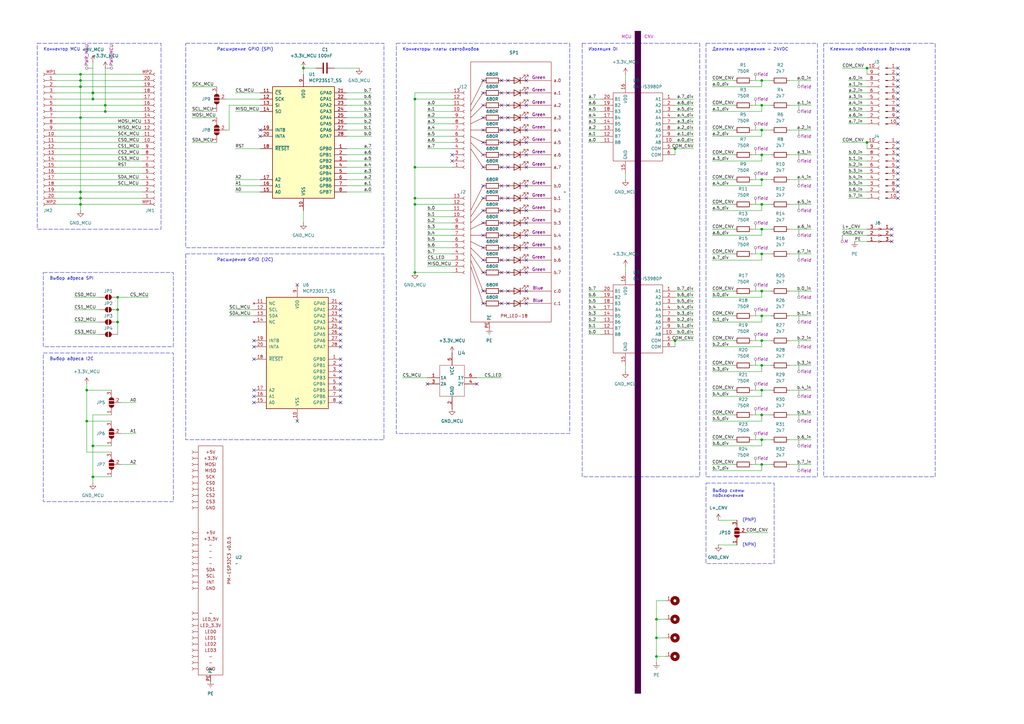
<source format=kicad_sch>
(kicad_sch (version 20250114) (generator "eeschema") (generator_version "9.0")
  (paper "A3")
  (title_block (title "${article} v${version}"))
  (rectangle (start 17.78 111.76) (end 71.12 142.24) (stroke (width 0) (type dash)))
  (rectangle (start 15.24 17.78) (end 66.04 93.98) (stroke (width 0) (type dash)))
  (rectangle (start 289.56 17.78) (end 335.28 195.58) (stroke (width 0) (type dash)))
  (rectangle (start 289.56 198.12) (end 317.5 231.14) (stroke (width 0) (type dash)))
  (rectangle (start 238.76 17.78) (end 287.02 195.58) (stroke (width 0) (type dash)))
  (rectangle (start 76.2 104.14) (end 157.48 180.34) (stroke (width 0) (type dash)))
  (rectangle (start 162.56 17.78) (end 233.68 177.8) (stroke (width 0) (type dash)))
  (rectangle (start 260.35 12.7) (end 262.89 284.48) (stroke (width 0) (type dot) (color 72 0 72 1)) (fill (type color) (color 72 0 72 1)))
  (rectangle (start 17.78 144.78) (end 71.12 205.74) (stroke (width 0) (type dash)))
  (rectangle (start 337.82 17.78) (end 383.54 195.58) (stroke (width 0) (type dash)))
  (rectangle (start 76.2 17.78) (end 157.48 101.6) (stroke (width 0) (type dash)))
  (text "Выбор схемы \nподключения" (at 292.1 200.66 0) (effects (font (size 1.27 1.27)) (justify left top)))
  (text "Делитель напряжения - 24VDC" (at 292.1 20.32 0) (effects (font (size 1.27 1.27)) (justify left)))
  (text "Расширение GPIO (I2C)" (at 88.9 106.68 0) (effects (font (size 1.27 1.27)) (justify left)))
  (text "Клеммник подключения датчиков" (at 340.36 20.32 0) (effects (font (size 1.27 1.27)) (justify left)))
  (text "(PNP)" (at 307.34 213.36 0) (effects (font (size 1.27 1.27))))
  (text "CNV" (at 264.16 15.24 0) (effects (font (size 1.27 1.27)) (justify left)))
  (text "Расширение GPIO (SPI)" (at 88.9 20.32 0) (effects (font (size 1.27 1.27)) (justify left)))
  (text "(NPN)" (at 307.34 223.52 0) (effects (font (size 1.27 1.27))))
  (text "Выбор адреса I2C" (at 20.32 147.32 0) (effects (font (size 1.27 1.27)) (justify left)))
  (text "Изоляция DI" (at 241.3 20.32 0) (effects (font (size 1.27 1.27)) (justify left)))
  (text "Коннекторы платы светодиодов" (at 165.1 20.32 0) (effects (font (size 1.27 1.27)) (justify left)))
  (text "Выбор адреса SPI" (at 20.32 114.3 0) (effects (font (size 1.27 1.27)) (justify left)))
  (text "MCU" (at 259.08 15.24 0) (effects (font (size 1.27 1.27)) (justify right)))
  (text "Коннектор MCU" (at 17.78 20.32 0) (effects (font (size 1.27 1.27)) (justify left)))
  (junction (at 312.42 119.38))
  (junction (at 48.26 127))
  (junction (at 312.42 104.14))
  (junction (at 312.42 180.34))
  (junction (at 33.02 48.26))
  (junction (at 38.1 182.88))
  (junction (at 312.42 170.18))
  (junction (at 269.24 261.62))
  (junction (at 312.42 83.82))
  (junction (at 43.18 45.72))
  (junction (at 312.42 33.02))
  (junction (at 170.18 83.82))
  (junction (at 355.6 58.42))
  (junction (at 38.1 195.58))
  (junction (at 33.02 35.56))
  (junction (at 269.24 254))
  (junction (at 33.02 78.74))
  (junction (at 43.18 43.18))
  (junction (at 312.42 160.02))
  (junction (at 170.18 68.58))
  (junction (at 312.42 73.66))
  (junction (at 355.6 27.94))
  (junction (at 312.42 139.7))
  (junction (at 33.02 30.48))
  (junction (at 35.56 160.02))
  (junction (at 312.42 43.18))
  (junction (at 124.46 27.94))
  (junction (at 269.24 269.24))
  (junction (at 48.26 132.08))
  (junction (at 312.42 149.86))
  (junction (at 38.1 40.64))
  (junction (at 33.02 83.82))
  (junction (at 33.02 81.28))
  (junction (at 170.18 40.64))
  (junction (at 312.42 53.34))
  (junction (at 33.02 33.02))
  (junction (at 312.42 129.54))
  (junction (at 276.86 60.96))
  (junction (at 312.42 190.5))
  (junction (at 170.18 81.28))
  (junction (at 38.1 38.1))
  (junction (at 276.86 139.7))
  (junction (at 48.26 121.92))
  (junction (at 312.42 93.98))
  (junction (at 170.18 111.76))
  (junction (at 35.56 172.72))
  (junction (at 312.42 63.5))
  (no_connect (at 198.12 111.76))
  (no_connect (at 205.74 111.76))
  (no_connect (at 104.14 165.1))
  (no_connect (at 139.7 152.4))
  (no_connect (at 106.68 55.88))
  (no_connect (at 368.3 50.8))
  (no_connect (at 121.92 172.72))
  (no_connect (at 198.12 96.52))
  (no_connect (at 139.7 157.48))
  (no_connect (at 368.3 71.12))
  (no_connect (at 208.28 91.44))
  (no_connect (at 139.7 149.86))
  (no_connect (at 205.74 101.6))
  (no_connect (at 205.74 53.34))
  (no_connect (at 198.12 91.44))
  (no_connect (at 198.12 53.34))
  (no_connect (at 205.74 91.44))
  (no_connect (at 139.7 139.7))
  (no_connect (at 215.9 119.38))
  (no_connect (at 365.76 93.98))
  (no_connect (at 215.9 76.2))
  (no_connect (at 205.74 86.36))
  (no_connect (at 175.26 157.48))
  (no_connect (at 198.12 48.26))
  (no_connect (at 198.12 101.6))
  (no_connect (at 215.9 33.02))
  (no_connect (at 139.7 129.54))
  (no_connect (at 208.28 106.68))
  (no_connect (at 205.74 58.42))
  (no_connect (at 205.74 81.28))
  (no_connect (at 368.3 78.74))
  (no_connect (at 208.28 76.2))
  (no_connect (at 205.74 119.38))
  (no_connect (at 198.12 33.02))
  (no_connect (at 104.14 147.32))
  (no_connect (at 208.28 63.5))
  (no_connect (at 198.12 58.42))
  (no_connect (at 139.7 132.08))
  (no_connect (at 121.92 116.84))
  (no_connect (at 104.14 139.7))
  (no_connect (at 198.12 68.58))
  (no_connect (at 368.3 60.96))
  (no_connect (at 208.28 124.46))
  (no_connect (at 365.76 99.06))
  (no_connect (at 198.12 43.18))
  (no_connect (at 198.12 106.68))
  (no_connect (at 208.28 96.52))
  (no_connect (at 104.14 142.24))
  (no_connect (at 215.9 86.36))
  (no_connect (at 139.7 127))
  (no_connect (at 215.9 91.44))
  (no_connect (at 205.74 96.52))
  (no_connect (at 205.74 68.58))
  (no_connect (at 215.9 101.6))
  (no_connect (at 139.7 147.32))
  (no_connect (at 139.7 142.24))
  (no_connect (at 368.3 68.58))
  (no_connect (at 215.9 96.52))
  (no_connect (at 205.74 76.2))
  (no_connect (at 139.7 165.1))
  (no_connect (at 368.3 38.1))
  (no_connect (at 139.7 160.02))
  (no_connect (at 205.74 63.5))
  (no_connect (at 185.42 63.5))
  (no_connect (at 198.12 119.38))
  (no_connect (at 368.3 73.66))
  (no_connect (at 198.12 63.5))
  (no_connect (at 205.74 43.18))
  (no_connect (at 185.42 66.04))
  (no_connect (at 368.3 81.28))
  (no_connect (at 368.3 66.04))
  (no_connect (at 368.3 33.02))
  (no_connect (at 198.12 124.46))
  (no_connect (at 368.3 30.48))
  (no_connect (at 139.7 124.46))
  (no_connect (at 205.74 124.46))
  (no_connect (at 368.3 40.64))
  (no_connect (at 205.74 33.02))
  (no_connect (at 368.3 48.26))
  (no_connect (at 215.9 124.46))
  (no_connect (at 198.12 81.28))
  (no_connect (at 208.28 86.36))
  (no_connect (at 215.9 38.1))
  (no_connect (at 368.3 63.5))
  (no_connect (at 215.9 106.68))
  (no_connect (at 208.28 111.76))
  (no_connect (at 198.12 86.36))
  (no_connect (at 368.3 43.18))
  (no_connect (at 208.28 48.26))
  (no_connect (at 208.28 58.42))
  (no_connect (at 205.74 48.26))
  (no_connect (at 205.74 38.1))
  (no_connect (at 208.28 33.02))
  (no_connect (at 139.7 154.94))
  (no_connect (at 208.28 101.6))
  (no_connect (at 368.3 35.56))
  (no_connect (at 208.28 38.1))
  (no_connect (at 139.7 162.56))
  (no_connect (at 198.12 76.2))
  (no_connect (at 215.9 111.76))
  (no_connect (at 195.58 157.48))
  (no_connect (at 368.3 45.72))
  (no_connect (at 104.14 160.02))
  (no_connect (at 139.7 137.16))
  (no_connect (at 215.9 81.28))
  (no_connect (at 215.9 43.18))
  (no_connect (at 208.28 81.28))
  (no_connect (at 365.76 96.52))
  (no_connect (at 368.3 76.2))
  (no_connect (at 208.28 68.58))
  (no_connect (at 104.14 162.56))
  (no_connect (at 215.9 68.58))
  (no_connect (at 215.9 53.34))
  (no_connect (at 368.3 27.94))
  (no_connect (at 215.9 48.26))
  (no_connect (at 208.28 43.18))
  (no_connect (at 215.9 63.5))
  (no_connect (at 208.28 119.38))
  (no_connect (at 368.3 58.42))
  (no_connect (at 208.28 53.34))
  (no_connect (at 205.74 106.68))
  (no_connect (at 215.9 58.42))
  (no_connect (at 106.68 53.34))
  (no_connect (at 198.12 38.1))
  (no_connect (at 139.7 134.62))
  (wire (pts (xy 312.42 180.34) (xy 316.23 180.34)))
  (wire (pts (xy 38.1 195.58) (xy 38.1 198.12)))
  (wire (pts (xy 273.05 254) (xy 269.24 254)))
  (wire (pts (xy 284.48 134.62) (xy 276.86 134.62)))
  (wire (pts (xy 292.1 76.2) (xy 312.42 76.2)))
  (wire (pts (xy 312.42 76.2) (xy 312.42 73.66)))
  (wire (pts (xy 312.42 86.36) (xy 312.42 83.82)))
  (wire (pts (xy 284.48 53.34) (xy 276.86 53.34)))
  (wire (pts (xy 35.56 160.02) (xy 45.72 160.02)))
  (wire (pts (xy 33.02 35.56) (xy 58.42 35.56)))
  (wire (pts (xy 323.85 43.18) (xy 332.74 43.18)))
  (wire (pts (xy 323.85 139.7) (xy 332.74 139.7)))
  (wire (pts (xy 246.38 43.18) (xy 241.3 43.18)))
  (wire (pts (xy 312.42 33.02) (xy 316.23 33.02)))
  (wire (pts (xy 269.24 246.38) (xy 269.24 254)))
  (wire (pts (xy 276.86 60.96) (xy 276.86 63.5)))
  (wire (pts (xy 312.42 139.7) (xy 316.23 139.7)))
  (wire (pts (xy 256.54 152.4) (xy 256.54 149.86)))
  (wire (pts (xy 323.85 170.18) (xy 332.74 170.18)))
  (wire (pts (xy 347.98 73.66) (xy 355.6 73.66)))
  (wire (pts (xy 292.1 142.24) (xy 312.42 142.24)))
  (wire (pts (xy 241.3 127) (xy 246.38 127)))
  (wire (pts (xy 292.1 106.68) (xy 312.42 106.68)))
  (wire (pts (xy 312.42 93.98) (xy 316.23 93.98)))
  (wire (pts (xy 30.48 127) (xy 40.64 127)))
  (wire (pts (xy 152.4 45.72) (xy 142.24 45.72)))
  (wire (pts (xy 45.72 182.88) (xy 38.1 182.88)))
  (wire (pts (xy 124.46 27.94) (xy 124.46 30.48)))
  (wire (pts (xy 165.1 154.94) (xy 175.26 154.94)))
  (wire (pts (xy 312.42 182.88) (xy 312.42 180.34)))
  (wire (pts (xy 22.86 63.5) (xy 58.42 63.5)))
  (wire (pts (xy 38.1 182.88) (xy 38.1 195.58)))
  (wire (pts (xy 312.42 170.18) (xy 316.23 170.18)))
  (wire (pts (xy 312.42 162.56) (xy 312.42 160.02)))
  (wire (pts (xy 22.86 81.28) (xy 33.02 81.28)))
  (wire (pts (xy 269.24 269.24) (xy 273.05 269.24)))
  (wire (pts (xy 96.52 76.2) (xy 106.68 76.2)))
  (wire (pts (xy 323.85 33.02) (xy 332.74 33.02)))
  (wire (pts (xy 292.1 104.14) (xy 300.99 104.14)))
  (wire (pts (xy 284.48 58.42) (xy 276.86 58.42)))
  (wire (pts (xy 22.86 55.88) (xy 58.42 55.88)))
  (wire (pts (xy 292.1 86.36) (xy 312.42 86.36)))
  (wire (pts (xy 308.61 160.02) (xy 312.42 160.02)))
  (wire (pts (xy 323.85 104.14) (xy 332.74 104.14)))
  (wire (pts (xy 323.85 53.34) (xy 332.74 53.34)))
  (wire (pts (xy 273.05 246.38) (xy 269.24 246.38)))
  (wire (pts (xy 185.42 111.76) (xy 170.18 111.76)))
  (wire (pts (xy 241.3 58.42) (xy 246.38 58.42)))
  (wire (pts (xy 45.72 172.72) (xy 35.56 172.72)))
  (wire (pts (xy 96.52 78.74) (xy 106.68 78.74)))
  (wire (pts (xy 33.02 48.26) (xy 58.42 48.26)))
  (wire (pts (xy 33.02 83.82) (xy 33.02 86.36)))
  (wire (pts (xy 106.68 40.64) (xy 92.71 40.64)))
  (wire (pts (xy 292.1 139.7) (xy 300.99 139.7)))
  (wire (pts (xy 185.42 83.82) (xy 170.18 83.82)))
  (wire (pts (xy 170.18 68.58) (xy 170.18 81.28)))
  (wire (pts (xy 284.48 129.54) (xy 276.86 129.54)))
  (wire (pts (xy 323.85 119.38) (xy 332.74 119.38)))
  (wire (pts (xy 78.74 45.72) (xy 88.9 45.72)))
  (wire (pts (xy 273.05 261.62) (xy 269.24 261.62)))
  (wire (pts (xy 22.86 78.74) (xy 33.02 78.74)))
  (wire (pts (xy 22.86 48.26) (xy 33.02 48.26)))
  (wire (pts (xy 38.1 38.1) (xy 58.42 38.1)))
  (wire (pts (xy 22.86 71.12) (xy 58.42 71.12)))
  (wire (pts (xy 22.86 50.8) (xy 58.42 50.8)))
  (wire (pts (xy 38.1 38.1) (xy 38.1 40.64)))
  (wire (pts (xy 308.61 180.34) (xy 312.42 180.34)))
  (wire (pts (xy 45.72 185.42) (xy 35.56 185.42)))
  (wire (pts (xy 241.3 119.38) (xy 246.38 119.38)))
  (wire (pts (xy 292.1 43.18) (xy 300.99 43.18)))
  (wire (pts (xy 33.02 35.56) (xy 33.02 48.26)))
  (wire (pts (xy 43.18 27.94) (xy 43.18 43.18)))
  (wire (pts (xy 312.42 129.54) (xy 312.42 132.08)))
  (wire (pts (xy 22.86 43.18) (xy 43.18 43.18)))
  (wire (pts (xy 185.42 48.26) (xy 175.26 48.26)))
  (wire (pts (xy 312.42 43.18) (xy 312.42 45.72)))
  (wire (pts (xy 312.42 142.24) (xy 312.42 139.7)))
  (wire (pts (xy 22.86 60.96) (xy 58.42 60.96)))
  (wire (pts (xy 38.1 170.18) (xy 38.1 182.88)))
  (wire (pts (xy 185.42 60.96) (xy 175.26 60.96)))
  (wire (pts (xy 292.1 66.04) (xy 312.42 66.04)))
  (wire (pts (xy 312.42 55.88) (xy 312.42 53.34)))
  (wire (pts (xy 292.1 152.4) (xy 312.42 152.4)))
  (wire (pts (xy 347.98 43.18) (xy 355.6 43.18)))
  (wire (pts (xy 308.61 63.5) (xy 312.42 63.5)))
  (wire (pts (xy 347.98 68.58) (xy 355.6 68.58)))
  (wire (pts (xy 170.18 38.1) (xy 170.18 40.64)))
  (wire (pts (xy 152.4 48.26) (xy 142.24 48.26)))
  (wire (pts (xy 292.1 55.88) (xy 312.42 55.88)))
  (wire (pts (xy 246.38 40.64) (xy 241.3 40.64)))
  (wire (pts (xy 30.48 121.92) (xy 40.64 121.92)))
  (wire (pts (xy 308.61 129.54) (xy 312.42 129.54)))
  (wire (pts (xy 323.85 93.98) (xy 332.74 93.98)))
  (wire (pts (xy 185.42 86.36) (xy 175.26 86.36)))
  (wire (pts (xy 308.61 93.98) (xy 312.42 93.98)))
  (wire (pts (xy 323.85 129.54) (xy 332.74 129.54)))
  (wire (pts (xy 185.42 58.42) (xy 175.26 58.42)))
  (wire (pts (xy 185.42 99.06) (xy 175.26 99.06)))
  (wire (pts (xy 185.42 81.28) (xy 170.18 81.28)))
  (wire (pts (xy 33.02 30.48) (xy 33.02 33.02)))
  (wire (pts (xy 185.42 40.64) (xy 170.18 40.64)))
  (wire (pts (xy 152.4 66.04) (xy 142.24 66.04)))
  (wire (pts (xy 292.1 96.52) (xy 312.42 96.52)))
  (wire (pts (xy 241.3 45.72) (xy 246.38 45.72)))
  (wire (pts (xy 292.1 121.92) (xy 312.42 121.92)))
  (wire (pts (xy 152.4 73.66) (xy 142.24 73.66)))
  (wire (pts (xy 284.48 45.72) (xy 276.86 45.72)))
  (wire (pts (xy 43.18 45.72) (xy 58.42 45.72)))
  (wire (pts (xy 33.02 33.02) (xy 58.42 33.02)))
  (wire (pts (xy 292.1 172.72) (xy 312.42 172.72)))
  (wire (pts (xy 347.98 78.74) (xy 355.6 78.74)))
  (wire (pts (xy 22.86 83.82) (xy 33.02 83.82)))
  (wire (pts (xy 347.98 81.28) (xy 355.6 81.28)))
  (wire (pts (xy 292.1 180.34) (xy 300.99 180.34)))
  (wire (pts (xy 350.52 99.06) (xy 355.6 99.06)))
  (wire (pts (xy 308.61 83.82) (xy 312.42 83.82)))
  (wire (pts (xy 308.61 73.66) (xy 312.42 73.66)))
  (wire (pts (xy 185.42 53.34) (xy 175.26 53.34)))
  (wire (pts (xy 22.86 68.58) (xy 58.42 68.58)))
  (wire (pts (xy 302.26 223.52) (xy 294.64 223.52)))
  (wire (pts (xy 312.42 53.34) (xy 316.23 53.34)))
  (wire (pts (xy 347.98 40.64) (xy 355.6 40.64)))
  (wire (pts (xy 276.86 139.7) (xy 284.48 139.7)))
  (wire (pts (xy 78.74 48.26) (xy 88.9 48.26)))
  (wire (pts (xy 292.1 53.34) (xy 300.99 53.34)))
  (wire (pts (xy 33.02 78.74) (xy 33.02 81.28)))
  (wire (pts (xy 312.42 66.04) (xy 312.42 63.5)))
  (wire (pts (xy 96.52 60.96) (xy 106.68 60.96)))
  (wire (pts (xy 292.1 162.56) (xy 312.42 162.56)))
  (wire (pts (xy 152.4 55.88) (xy 142.24 55.88)))
  (wire (pts (xy 22.86 38.1) (xy 38.1 38.1)))
  (wire (pts (xy 312.42 73.66) (xy 316.23 73.66)))
  (wire (pts (xy 185.42 55.88) (xy 175.26 55.88)))
  (wire (pts (xy 308.61 170.18) (xy 312.42 170.18)))
  (wire (pts (xy 22.86 40.64) (xy 38.1 40.64)))
  (wire (pts (xy 22.86 73.66) (xy 58.42 73.66)))
  (wire (pts (xy 308.61 33.02) (xy 312.42 33.02)))
  (wire (pts (xy 292.1 190.5) (xy 300.99 190.5)))
  (wire (pts (xy 241.3 55.88) (xy 246.38 55.88)))
  (wire (pts (xy 292.1 93.98) (xy 300.99 93.98)))
  (wire (pts (xy 256.54 109.22) (xy 256.54 111.76)))
  (wire (pts (xy 284.48 132.08) (xy 276.86 132.08)))
  (wire (pts (xy 312.42 33.02) (xy 312.42 35.56)))
  (wire (pts (xy 256.54 30.48) (xy 256.54 33.02)))
  (wire (pts (xy 284.48 121.92) (xy 276.86 121.92)))
  (wire (pts (xy 33.02 81.28) (xy 58.42 81.28)))
  (wire (pts (xy 284.48 48.26) (xy 276.86 48.26)))
  (wire (pts (xy 284.48 55.88) (xy 276.86 55.88)))
  (wire (pts (xy 241.3 129.54) (xy 246.38 129.54)))
  (wire (pts (xy 323.85 190.5) (xy 332.74 190.5)))
  (wire (pts (xy 78.74 58.42) (xy 88.9 58.42)))
  (wire (pts (xy 312.42 119.38) (xy 316.23 119.38)))
  (wire (pts (xy 312.42 106.68) (xy 312.42 104.14)))
  (wire (pts (xy 292.1 83.82) (xy 300.99 83.82)))
  (wire (pts (xy 48.26 132.08) (xy 48.26 137.16)))
  (wire (pts (xy 323.85 73.66) (xy 332.74 73.66)))
  (wire (pts (xy 355.6 27.94) (xy 345.44 27.94)))
  (wire (pts (xy 292.1 160.02) (xy 300.99 160.02)))
  (wire (pts (xy 185.42 43.18) (xy 175.26 43.18)))
  (wire (pts (xy 284.48 50.8) (xy 276.86 50.8)))
  (wire (pts (xy 22.86 30.48) (xy 33.02 30.48)))
  (wire (pts (xy 152.4 40.64) (xy 142.24 40.64)))
  (wire (pts (xy 347.98 35.56) (xy 355.6 35.56)))
  (wire (pts (xy 30.48 132.08) (xy 40.64 132.08)))
  (wire (pts (xy 48.26 121.92) (xy 48.26 127)))
  (wire (pts (xy 152.4 38.1) (xy 142.24 38.1)))
  (wire (pts (xy 276.86 43.18) (xy 284.48 43.18)))
  (wire (pts (xy 35.56 172.72) (xy 35.56 160.02)))
  (wire (pts (xy 185.42 50.8) (xy 175.26 50.8)))
  (wire (pts (xy 30.48 137.16) (xy 40.64 137.16)))
  (wire (pts (xy 93.98 43.18) (xy 106.68 43.18)))
  (wire (pts (xy 292.1 35.56) (xy 312.42 35.56)))
  (wire (pts (xy 152.4 78.74) (xy 142.24 78.74)))
  (wire (pts (xy 347.98 33.02) (xy 355.6 33.02)))
  (wire (pts (xy 106.68 45.72) (xy 96.52 45.72)))
  (wire (pts (xy 22.86 33.02) (xy 33.02 33.02)))
  (wire (pts (xy 308.61 139.7) (xy 312.42 139.7)))
  (wire (pts (xy 45.72 170.18) (xy 38.1 170.18)))
  (wire (pts (xy 106.68 38.1) (xy 96.52 38.1)))
  (wire (pts (xy 35.56 157.48) (xy 35.56 160.02)))
  (wire (pts (xy 312.42 149.86) (xy 316.23 149.86)))
  (wire (pts (xy 49.53 190.5) (xy 55.88 190.5)))
  (wire (pts (xy 241.3 48.26) (xy 246.38 48.26)))
  (wire (pts (xy 38.1 25.4) (xy 38.1 38.1)))
  (wire (pts (xy 33.02 78.74) (xy 58.42 78.74)))
  (wire (pts (xy 323.85 149.86) (xy 332.74 149.86)))
  (wire (pts (xy 323.85 83.82) (xy 332.74 83.82)))
  (wire (pts (xy 292.1 119.38) (xy 300.99 119.38)))
  (wire (pts (xy 284.48 137.16) (xy 276.86 137.16)))
  (wire (pts (xy 347.98 71.12) (xy 355.6 71.12)))
  (wire (pts (xy 49.53 177.8) (xy 55.88 177.8)))
  (wire (pts (xy 152.4 43.18) (xy 142.24 43.18)))
  (wire (pts (xy 22.86 76.2) (xy 58.42 76.2)))
  (wire (pts (xy 93.98 129.54) (xy 104.14 129.54)))
  (wire (pts (xy 185.42 109.22) (xy 175.26 109.22)))
  (wire (pts (xy 276.86 40.64) (xy 284.48 40.64)))
  (wire (pts (xy 306.07 218.44) (xy 314.96 218.44)))
  (wire (pts (xy 33.02 48.26) (xy 33.02 78.74)))
  (wire (pts (xy 312.42 119.38) (xy 312.42 121.92)))
  (wire (pts (xy 241.3 121.92) (xy 246.38 121.92)))
  (wire (pts (xy 45.72 195.58) (xy 38.1 195.58)))
  (wire (pts (xy 347.98 38.1) (xy 355.6 38.1)))
  (wire (pts (xy 147.32 27.94) (xy 137.16 27.94)))
  (wire (pts (xy 48.26 121.92) (xy 60.96 121.92)))
  (wire (pts (xy 347.98 76.2) (xy 355.6 76.2)))
  (wire (pts (xy 347.98 50.8) (xy 355.6 50.8)))
  (wire (pts (xy 43.18 43.18) (xy 43.18 45.72)))
  (wire (pts (xy 185.42 68.58) (xy 170.18 68.58)))
  (wire (pts (xy 152.4 63.5) (xy 142.24 63.5)))
  (wire (pts (xy 152.4 50.8) (xy 142.24 50.8)))
  (wire (pts (xy 38.1 40.64) (xy 58.42 40.64)))
  (wire (pts (xy 152.4 60.96) (xy 142.24 60.96)))
  (wire (pts (xy 292.1 73.66) (xy 300.99 73.66)))
  (wire (pts (xy 185.42 101.6) (xy 175.26 101.6)))
  (wire (pts (xy 241.3 134.62) (xy 246.38 134.62)))
  (wire (pts (xy 312.42 63.5) (xy 316.23 63.5)))
  (wire (pts (xy 48.26 127) (xy 48.26 132.08)))
  (wire (pts (xy 93.98 43.18) (xy 93.98 53.34)))
  (wire (pts (xy 185.42 106.68) (xy 175.26 106.68)))
  (wire (pts (xy 312.42 172.72) (xy 312.42 170.18)))
  (wire (pts (xy 347.98 45.72) (xy 355.6 45.72)))
  (wire (pts (xy 22.86 58.42) (xy 58.42 58.42)))
  (wire (pts (xy 22.86 66.04) (xy 58.42 66.04)))
  (wire (pts (xy 292.1 45.72) (xy 312.42 45.72)))
  (wire (pts (xy 49.53 165.1) (xy 55.88 165.1)))
  (wire (pts (xy 312.42 193.04) (xy 312.42 190.5)))
  (wire (pts (xy 347.98 63.5) (xy 355.6 63.5)))
  (wire (pts (xy 347.98 66.04) (xy 355.6 66.04)))
  (wire (pts (xy 308.61 104.14) (xy 312.42 104.14)))
  (wire (pts (xy 185.42 45.72) (xy 175.26 45.72)))
  (wire (pts (xy 93.98 127) (xy 104.14 127)))
  (wire (pts (xy 292.1 33.02) (xy 300.99 33.02)))
  (wire (pts (xy 22.86 53.34) (xy 58.42 53.34)))
  (wire (pts (xy 93.98 53.34) (xy 92.71 53.34)))
  (wire (pts (xy 96.52 73.66) (xy 106.68 73.66)))
  (wire (pts (xy 312.42 104.14) (xy 316.23 104.14)))
  (wire (pts (xy 241.3 132.08) (xy 246.38 132.08)))
  (wire (pts (xy 312.42 96.52) (xy 312.42 93.98)))
  (wire (pts (xy 292.1 193.04) (xy 312.42 193.04)))
  (wire (pts (xy 312.42 152.4) (xy 312.42 149.86)))
  (wire (pts (xy 152.4 76.2) (xy 142.24 76.2)))
  (wire (pts (xy 292.1 149.86) (xy 300.99 149.86)))
  (wire (pts (xy 78.74 35.56) (xy 88.9 35.56)))
  (wire (pts (xy 284.48 127) (xy 276.86 127)))
  (wire (pts (xy 124.46 86.36) (xy 124.46 91.44)))
  (wire (pts (xy 355.6 58.42) (xy 355.6 60.96)))
  (wire (pts (xy 35.56 185.42) (xy 35.56 172.72)))
  (wire (pts (xy 323.85 63.5) (xy 332.74 63.5)))
  (wire (pts (xy 256.54 73.66) (xy 256.54 71.12)))
  (wire (pts (xy 276.86 139.7) (xy 276.86 142.24)))
  (wire (pts (xy 312.42 160.02) (xy 316.23 160.02)))
  (wire (pts (xy 308.61 53.34) (xy 312.42 53.34)))
  (wire (pts (xy 269.24 271.78) (xy 269.24 269.24)))
  (wire (pts (xy 33.02 83.82) (xy 58.42 83.82)))
  (wire (pts (xy 345.44 93.98) (xy 355.6 93.98)))
  (wire (pts (xy 175.26 104.14) (xy 185.42 104.14)))
  (wire (pts (xy 312.42 43.18) (xy 316.23 43.18)))
  (wire (pts (xy 292.1 129.54) (xy 300.99 129.54)))
  (wire (pts (xy 269.24 254) (xy 269.24 261.62)))
  (wire (pts (xy 276.86 60.96) (xy 284.48 60.96)))
  (wire (pts (xy 292.1 63.5) (xy 300.99 63.5)))
  (wire (pts (xy 308.61 190.5) (xy 312.42 190.5)))
  (wire (pts (xy 43.18 43.18) (xy 58.42 43.18)))
  (wire (pts (xy 312.42 190.5) (xy 316.23 190.5)))
  (wire (pts (xy 124.46 27.94) (xy 129.54 27.94)))
  (wire (pts (xy 195.58 154.94) (xy 205.74 154.94)))
  (wire (pts (xy 292.1 132.08) (xy 312.42 132.08)))
  (wire (pts (xy 308.61 43.18) (xy 312.42 43.18)))
  (wire (pts (xy 241.3 50.8) (xy 246.38 50.8)))
  (wire (pts (xy 308.61 149.86) (xy 312.42 149.86)))
  (wire (pts (xy 347.98 48.26) (xy 355.6 48.26)))
  (wire (pts (xy 241.3 137.16) (xy 246.38 137.16)))
  (wire (pts (xy 152.4 53.34) (xy 142.24 53.34)))
  (wire (pts (xy 284.48 119.38) (xy 276.86 119.38)))
  (wire (pts (xy 33.02 81.28) (xy 33.02 83.82)))
  (wire (pts (xy 33.02 33.02) (xy 33.02 35.56)))
  (wire (pts (xy 170.18 83.82) (xy 170.18 111.76)))
  (wire (pts (xy 269.24 261.62) (xy 269.24 269.24)))
  (wire (pts (xy 22.86 35.56) (xy 33.02 35.56)))
  (wire (pts (xy 241.3 53.34) (xy 246.38 53.34)))
  (wire (pts (xy 241.3 124.46) (xy 246.38 124.46)))
  (wire (pts (xy 355.6 27.94) (xy 355.6 30.48)))
  (wire (pts (xy 185.42 93.98) (xy 175.26 93.98)))
  (wire (pts (xy 185.42 91.44) (xy 175.26 91.44)))
  (wire (pts (xy 323.85 160.02) (xy 332.74 160.02)))
  (wire (pts (xy 22.86 45.72) (xy 43.18 45.72)))
  (wire (pts (xy 323.85 180.34) (xy 332.74 180.34)))
  (wire (pts (xy 185.42 96.52) (xy 175.26 96.52)))
  (wire (pts (xy 308.61 119.38) (xy 312.42 119.38)))
  (wire (pts (xy 284.48 124.46) (xy 276.86 124.46)))
  (wire (pts (xy 33.02 30.48) (xy 58.42 30.48)))
  (wire (pts (xy 152.4 68.58) (xy 142.24 68.58)))
  (wire (pts (xy 355.6 58.42) (xy 345.44 58.42)))
  (wire (pts (xy 292.1 170.18) (xy 300.99 170.18)))
  (wire (pts (xy 185.42 38.1) (xy 170.18 38.1)))
  (wire (pts (xy 292.1 182.88) (xy 312.42 182.88)))
  (wire (pts (xy 294.64 213.36) (xy 302.26 213.36)))
  (wire (pts (xy 345.44 96.52) (xy 355.6 96.52)))
  (wire (pts (xy 170.18 40.64) (xy 170.18 68.58)))
  (wire (pts (xy 152.4 71.12) (xy 142.24 71.12)))
  (wire (pts (xy 170.18 81.28) (xy 170.18 83.82)))
  (wire (pts (xy 312.42 129.54) (xy 316.23 129.54)))
  (wire (pts (xy 312.42 83.82) (xy 316.23 83.82)))
  (wire (pts (xy 185.42 88.9) (xy 175.26 88.9)))
  (label "b.6_div" (at 292.1 182.88 0))
  (label "MISO_MCU" (at 175.26 109.22 0))
  (label "a.7" (at 241.3 40.64 0))
  (label "a.1_div" (at 292.1 45.72 0))
  (label "b.0_div" (at 292.1 121.92 0))
  (label "a.3_div" (at 284.48 50.8 180))
  (label "COM_CNV" (at 345.44 58.42 0))
  (label "a.7" (at 175.26 60.96 0))
  (label "a.2_div" (at 284.48 53.34 180))
  (label "a.7_in" (at 347.98 50.8 0))
  (label "b.1_div" (at 284.48 134.62 180))
  (label "a.3_div" (at 292.1 66.04 0))
  (label "MOSI_MCU" (at 78.74 48.26 0))
  (label "b.7" (at 152.4 38.1 180))
  (label "SCL_MCU" (at 93.98 127 0))
  (label "b.0_div" (at 284.48 137.16 180))
  (label "a.5_div" (at 284.48 45.72 180))
  (label "MISO_MCU" (at 96.52 45.72 0))
  (label "A0" (at 96.52 78.74 0))
  (label "a.0_in" (at 347.98 33.02 0))
  (label "a.2" (at 152.4 73.66 180))
  (label "b.2_in" (at 347.98 68.58 0))
  (label "a.5" (at 152.4 66.04 180))
  (label "b.0" (at 241.3 137.16 0))
  (label "COM_CNV" (at 292.1 104.14 0))
  (label "b.1_in" (at 347.98 66.04 0))
  (label "CS1_MCU" (at 48.26 60.96 0))
  (label "a.5" (at 241.3 45.72 0))
  (label "CS2_MCU" (at 30.48 132.08 0))
  (label "b.7" (at 175.26 104.14 0))
  (label "b.5_in" (at 332.74 170.18 180))
  (label "COM_CNV" (at 292.1 129.54 0))
  (label "L+_CNV" (at 345.44 93.98 0))
  (label "CS3_MCU" (at 48.26 66.04 0))
  (label "COM_CNV" (at 284.48 60.96 180))
  (label "a.4_div" (at 284.48 48.26 180))
  (label "RST" (at 96.52 60.96 0))
  (label "b.4_in" (at 332.74 160.02 180))
  (label "a.5_in" (at 332.74 83.82 180))
  (label "SCK_MCU" (at 48.26 55.88 0))
  (label "CS_MCU" (at 96.52 38.1 0))
  (label "b.3" (at 241.3 129.54 0))
  (label "CS_LED" (at 205.74 154.94 180))
  (label "RST" (at 48.26 68.58 0))
  (label "COM_CNV" (at 292.1 180.34 0))
  (label "COM_CNV" (at 292.1 73.66 0))
  (label "a.5_in" (at 347.98 45.72 0))
  (label "a.1" (at 241.3 55.88 0))
  (label "a.4" (at 152.4 68.58 180))
  (label "a.4_div" (at 292.1 76.2 0))
  (label "A1" (at 96.52 76.2 0))
  (label "COM_CNV" (at 292.1 190.5 0))
  (label "CS3_MCU" (at 30.48 137.16 0))
  (label "CS_LED" (at 175.26 106.68 0))
  (label "b.4" (at 175.26 96.52 0))
  (label "a.0" (at 241.3 58.42 0))
  (label "a.6" (at 152.4 63.5 180))
  (label "COM_CNV" (at 292.1 53.34 0))
  (label "COM_CNV" (at 292.1 170.18 0))
  (label "a.7" (at 152.4 60.96 180))
  (label "a.4" (at 175.26 53.34 0))
  (label "a.3_in" (at 332.74 63.5 180))
  (label "COM_CNV" (at 292.1 43.18 0))
  (label "b.3" (at 175.26 93.98 0))
  (label "a.6" (at 241.3 43.18 0))
  (label "b.5_in" (at 347.98 76.2 0))
  (label "b.2" (at 175.26 91.44 0))
  (label "SCL_MCU" (at 48.26 76.2 0))
  (label "b.7_div" (at 292.1 193.04 0))
  (label "MISO_MCU" (at 48.26 53.34 0))
  (label "b.0_in" (at 347.98 63.5 0))
  (label "SDA_MCU" (at 78.74 58.42 0))
  (label "a.6" (at 175.26 58.42 0))
  (label "b.2_div" (at 284.48 132.08 180))
  (label "b.4" (at 241.3 127 0))
  (label "MOSI_MCU" (at 48.26 50.8 0))
  (label "b.6" (at 175.26 101.6 0))
  (label "b.4" (at 152.4 45.72 180))
  (label "COM_CNV" (at 292.1 160.02 0))
  (label "SDA_MCU" (at 93.98 129.54 0))
  (label "a.0" (at 152.4 78.74 180))
  (label "COM_CNV" (at 292.1 139.7 0))
  (label "b.6_in" (at 347.98 78.74 0))
  (label "SCL_MCU" (at 78.74 45.72 0))
  (label "b.0_in" (at 332.74 119.38 180))
  (label "a.4_in" (at 332.74 73.66 180))
  (label "CS_MCU" (at 60.96 121.92 180))
  (label "b.6_in" (at 332.74 180.34 180))
  (label "SDA_MCU" (at 48.26 73.66 0))
  (label "b.6" (at 241.3 121.92 0))
  (label "COM_CNV" (at 284.48 139.7 180))
  (label "b.1_div" (at 292.1 132.08 0))
  (label "A2" (at 96.52 73.66 0))
  (label "a.1_div" (at 284.48 55.88 180))
  (label "a.0_div" (at 292.1 35.56 0))
  (label "b.6" (at 152.4 40.64 180))
  (label "a.7_in" (at 332.74 104.14 180))
  (label "a.1" (at 175.26 45.72 0))
  (label "PE" (at 350.52 99.06 0))
  (label "a.4" (at 241.3 48.26 0))
  (label "a.5" (at 175.26 55.88 0))
  (label "b.7_in" (at 347.98 81.28 0))
  (label "b.7_in" (at 332.74 190.5 180))
  (label "a.1" (at 152.4 76.2 180))
  (label "CS0_MCU" (at 30.48 121.92 0))
  (label "a.0" (at 175.26 43.18 0))
  (label "SCK_MCU" (at 78.74 35.56 0))
  (label "b.5_div" (at 284.48 124.46 180))
  (label "COM_CNV" (at 292.1 63.5 0))
  (label "a.1_in" (at 347.98 35.56 0))
  (label "b.3_div" (at 292.1 152.4 0))
  (label "b.4_div" (at 292.1 162.56 0))
  (label "a.6_div" (at 284.48 43.18 180))
  (label "a.2_div" (at 292.1 55.88 0))
  (label "a.3_in" (at 347.98 40.64 0))
  (label "a.3" (at 152.4 71.12 180))
  (label "A0" (at 55.88 165.1 180))
  (label "COM_CNV" (at 292.1 33.02 0))
  (label "A2" (at 55.88 190.5 180))
  (label "a.2" (at 241.3 53.34 0))
  (label "a.0_in" (at 332.74 33.02 180))
  (label "A1" (at 55.88 177.8 180))
  (label "GND_CNV" (at 345.44 96.52 0))
  (label "a.3" (at 241.3 50.8 0))
  (label "b.3" (at 152.4 48.26 180))
  (label "b.2" (at 241.3 132.08 0))
  (label "a.5_div" (at 292.1 86.36 0))
  (label "b.1" (at 152.4 53.34 180))
  (label "b.5" (at 175.26 99.06 0))
  (label "CS1_MCU" (at 30.48 127 0))
  (label "b.3_in" (at 347.98 71.12 0))
  (label "COM_CNV" (at 314.96 218.44 180))
  (label "b.2_in" (at 332.74 139.7 180))
  (label "b.1" (at 175.26 88.9 0))
  (label "CS2_MCU" (at 48.26 63.5 0))
  (label "a.6_div" (at 292.1 96.52 0))
  (label "a.7_div" (at 292.1 106.68 0))
  (label "b.7" (at 241.3 119.38 0))
  (label "a.2" (at 175.26 48.26 0))
  (label "b.5_div" (at 292.1 172.72 0))
  (label "b.4_in" (at 347.98 73.66 0))
  (label "CS0_MCU" (at 48.26 58.42 0))
  (label "b.7_div" (at 284.48 119.38 180))
  (label "a.6_in" (at 347.98 48.26 0))
  (label "b.0" (at 152.4 55.88 180))
  (label "a.7_div" (at 284.48 40.64 180))
  (label "a.6_in" (at 332.74 93.98 180))
  (label "a.2_in" (at 347.98 38.1 0))
  (label "a.3" (at 175.26 50.8 0))
  (label "b.4_div" (at 284.48 127 180))
  (label "b.1" (at 241.3 134.62 0))
  (label "b.1_in" (at 332.74 129.54 180))
  (label "b.2" (at 152.4 50.8 180))
  (label "CS_MCU" (at 165.1 154.94 0))
  (label "b.3_in" (at 332.74 149.86 180))
  (label "b.5" (at 152.4 43.18 180))
  (label "b.3_div" (at 284.48 129.54 180))
  (label "a.1_in" (at 332.74 43.18 180))
  (label "COM_CNV" (at 292.1 93.98 0))
  (label "a.4_in" (at 347.98 43.18 0))
  (label "b.2_div" (at 292.1 142.24 0))
  (label "a.0_div" (at 284.48 58.42 180))
  (label "b.0" (at 175.26 86.36 0))
  (label "b.6_div" (at 284.48 121.92 180))
  (label "a.2_in" (at 332.74 53.34 180))
  (label "b.5" (at 241.3 124.46 0))
  (label "COM_CNV" (at 292.1 83.82 0))
  (label "COM_CNV" (at 292.1 149.86 0))
  (label "COM_CNV" (at 345.44 27.94 0))
  (label "COM_CNV" (at 292.1 119.38 0))
  (netclass_flag "" (length 2.54) (shape round) (at 327.66 83.82 180) (property "Netclass" "field" (at 328.3585 86.36 0) (effects (font (italic yes)) (justify left))))
  (netclass_flag "" (length 2.54) (shape round) (at 309.88 73.66 0) (property "Netclass" "field" (at 310.5785 71.12 0) (effects (font (italic yes)) (justify left))))
  (netclass_flag "" (length 2.54) (shape round) (at 309.88 43.18 0) (property "Netclass" "field" (at 310.5785 40.64 0) (effects (font (italic yes)) (justify left))))
  (netclass_flag "" (length 2.54) (shape round) (at 327.66 73.66 180) (property "Netclass" "field" (at 328.3585 76.2 0) (effects (font (italic yes)) (justify left))))
  (netclass_flag "" (length 2.54) (shape round) (at 327.66 190.5 180) (property "Netclass" "field" (at 328.3585 193.04 0) (effects (font (italic yes)) (justify left))))
  (netclass_flag "" (length 2.54) (shape round) (at 309.88 53.34 0) (property "Netclass" "field" (at 310.5785 50.8 0) (effects (font (italic yes)) (justify left))))
  (netclass_flag "" (length 2.54) (shape round) (at 327.66 104.14 180) (property "Netclass" "field" (at 328.3585 106.68 0) (effects (font (italic yes)) (justify left))))
  (netclass_flag "" (length 2.54) (shape round) (at 327.66 53.34 180) (property "Netclass" "field" (at 328.3585 55.88 0) (effects (font (italic yes)) (justify left))))
  (netclass_flag "" (length 2.54) (shape round) (at 327.66 33.02 180) (property "Netclass" "field" (at 328.3585 35.56 0) (effects (font (italic yes)) (justify left))))
  (netclass_flag "" (length 2.54) (shape round) (at 309.88 129.54 0) (property "Netclass" "field" (at 310.5785 127 0) (effects (font (italic yes)) (justify left))))
  (netclass_flag "" (length 2.54) (shape round) (at 309.88 104.14 0) (property "Netclass" "field" (at 310.5785 101.6 0) (effects (font (italic yes)) (justify left))))
  (netclass_flag "" (length 2.54) (shape round) (at 327.66 180.34 180) (property "Netclass" "field" (at 328.3585 182.88 0) (effects (font (italic yes)) (justify left))))
  (netclass_flag "" (length 2.54) (shape round) (at 38.1 27.94 90) (property "Netclass" "PWR_MCU" (at 35.56 27.2415 90) (effects (font (italic yes)) (justify left))))
  (netclass_flag "" (length 2.54) (shape round) (at 43.18 27.94 270) (property "Netclass" "PWR_MCU" (at 45.72 27.2415 90) (effects (font (italic yes)) (justify left))))
  (netclass_flag "" (length 2.54) (shape round) (at 327.66 129.54 180) (property "Netclass" "field" (at 328.3585 132.08 0) (effects (font (italic yes)) (justify left))))
  (netclass_flag "" (length 2.54) (shape round) (at 327.66 160.02 180) (property "Netclass" "field" (at 328.3585 162.56 0) (effects (font (italic yes)) (justify left))))
  (netclass_flag "" (length 2.54) (shape round) (at 309.88 180.34 0) (property "Netclass" "field" (at 310.5785 177.8 0) (effects (font (italic yes)) (justify left))))
  (netclass_flag "" (length 2.54) (shape round) (at 327.66 149.86 180) (property "Netclass" "field" (at 328.3585 152.4 0) (effects (font (italic yes)) (justify left))))
  (netclass_flag "" (length 2.54) (shape round) (at 309.88 83.82 0) (property "Netclass" "field" (at 310.5785 81.28 0) (effects (font (italic yes)) (justify left))))
  (netclass_flag "" (length 2.54) (shape round) (at 309.88 63.5 0) (property "Netclass" "field" (at 310.5785 60.96 0) (effects (font (italic yes)) (justify left))))
  (netclass_flag "" (length 2.54) (shape round) (at 309.88 93.98 0) (property "Netclass" "field" (at 310.5785 91.44 0) (effects (font (italic yes)) (justify left))))
  (netclass_flag "" (length 2.54) (shape round) (at 309.88 160.02 0) (property "Netclass" "field" (at 310.5785 157.48 0) (effects (font (italic yes)) (justify left))))
  (netclass_flag "" (length 2.54) (shape round) (at 309.88 170.18 0) (property "Netclass" "field" (at 310.5785 167.64 0) (effects (font (italic yes)) (justify left))))
  (netclass_flag "" (length 2.54) (shape round) (at 309.88 33.02 0) (property "Netclass" "field" (at 310.5785 30.48 0) (effects (font (italic yes)) (justify left))))
  (netclass_flag "" (length 2.54) (shape round) (at 327.66 170.18 180) (property "Netclass" "field" (at 328.3585 172.72 0) (effects (font (italic yes)) (justify left))))
  (netclass_flag "" (length 2.54) (shape round) (at 327.66 43.18 180) (property "Netclass" "field" (at 328.3585 45.72 0) (effects (font (italic yes)) (justify left))))
  (netclass_flag "" (length 2.54) (shape round) (at 327.66 63.5 180) (property "Netclass" "field" (at 328.3585 66.04 0) (effects (font (italic yes)) (justify left))))
  (netclass_flag "" (length 2.54) (shape round) (at 309.88 190.5 0) (property "Netclass" "field" (at 310.5785 187.96 0) (effects (font (italic yes)) (justify left))))
  (netclass_flag "" (length 2.54) (shape round) (at 309.88 139.7 0) (property "Netclass" "field" (at 310.5785 137.16 0) (effects (font (italic yes)) (justify left))))
  (netclass_flag "" (length 2.54) (shape round) (at 327.66 119.38 180) (property "Netclass" "field" (at 328.3585 121.92 0) (effects (font (italic yes)) (justify left))))
  (netclass_flag "" (length 2.54) (shape round) (at 327.66 93.98 180) (property "Netclass" "field" (at 328.3585 96.52 0) (effects (font (italic yes)) (justify left))))
  (netclass_flag "" (length 2.54) (shape round) (at 327.66 139.7 180) (property "Netclass" "field" (at 328.3585 142.24 0) (effects (font (italic yes)) (justify left))))
  (netclass_flag "" (length 2.54) (shape round) (at 345.44 96.52 180) (property "Netclass" "M" (at 346.1385 99.06 0) (effects (font (italic yes)) (justify left))))
  (netclass_flag "" (length 2.54) (shape round) (at 309.88 119.38 0) (property "Netclass" "field" (at 310.5785 116.84 0) (effects (font (italic yes)) (justify left))))
  (netclass_flag "" (length 2.54) (shape round) (at 309.88 149.86 0) (property "Netclass" "field" (at 310.5785 147.32 0) (effects (font (italic yes)) (justify left))))
  (symbol (lib_id "kicad_inventree_lib:R_680R_0603_1%") (at 201.93 33.02 90) (unit 1) (on_board no)
    (property "Reference" "R34" (effects (hide yes)))
    (property "Value" "680R" (at 201.93 30.48 90))
    (property "Footprint" "Resistor_SMD:R_0603_1608Metric" (effects (hide yes)))
    (property "Datasheet" "http://inventree.network/part/281/" (effects (hide yes)))
    (property "Description" "Resistor" (effects (hide yes)))
    (property "part_ipn" "R_680R_0603_1%" (effects (hide yes)))
  )
  (symbol (lib_id "kicad_inventree_lib:R_2k7_0603_1%") (at 320.04 43.18 90) (unit 1)
    (property "Reference" "R4" (at 320.04 36.83 90))
    (property "Value" "2k7" (at 320.04 39.37 90))
    (property "Footprint" "Resistor_SMD:R_0603_1608Metric" (effects (hide yes)))
    (property "Datasheet" "http://inventree.network/part/246/" (effects (hide yes)))
    (property "Description" "Resistor" (effects (hide yes)))
    (property "part_ipn" "R_2k7_0603_1%" (effects (hide yes)))
  )
  (symbol (lib_id "kicad_inventree_lib:R_680R_0603_1%") (at 201.93 111.76 90) (unit 1) (on_board no)
    (property "Reference" "R49" (effects (hide yes)))
    (property "Value" "680R" (at 201.93 109.22 90))
    (property "Footprint" "Resistor_SMD:R_0603_1608Metric" (effects (hide yes)))
    (property "Datasheet" "http://inventree.network/part/281/" (effects (hide yes)))
    (property "Description" "Resistor" (effects (hide yes)))
    (property "part_ipn" "R_680R_0603_1%" (effects (hide yes)))
  )
  (symbol (lib_id "kicad_inventree_lib:R_2k7_0603_1%") (at 320.04 190.5 90) (unit 1)
    (property "Reference" "R32" (at 320.04 184.15 90))
    (property "Value" "2k7" (at 320.04 186.69 90))
    (property "Footprint" "Resistor_SMD:R_0603_1608Metric" (effects (hide yes)))
    (property "Datasheet" "http://inventree.network/part/246/" (effects (hide yes)))
    (property "Description" "Resistor" (effects (hide yes)))
    (property "part_ipn" "R_2k7_0603_1%" (effects (hide yes)))
  )
  (symbol (lib_id "power:Earth") (at 350.52 99.06 0) (unit 1)
    (property "Reference" "#PWR017" (effects (hide yes)))
    (property "Value" "PE" (at 350.52 104.14 0))
    (property "Description" "Power symbol creates a global label with name \"Earth\"" (effects (hide yes)))
  )
  (symbol (lib_id "kicad_inventree_lib:15EDGK-3.5-10P") (at 363.22 38.1 0) (unit 1) (on_board no)
    (property "Reference" "J8" (effects (hide yes)))
    (property "Value" "15EDGK-3.5-10P" (effects (hide yes)))
    (property "Datasheet" "http://inventree.network/part/248/" (effects (hide yes)))
    (property "Description" "Generic connector, single row, 01x10, script generated" (effects (hide yes)))
    (property "part_ipn" "15EDGK-3.5-10P" (effects (hide yes)))
  )
  (symbol (lib_id "kicad_inventree_lib:XL-1606SYGC") (at 212.09 81.28 180) (unit 1) (on_board no)
    (property "Reference" "D10" (effects (hide yes)))
    (property "Value" "XL-1606SYGC" (effects (hide yes)))
    (property "Footprint" "kicad_inventree_lib:XL-1606" (effects (hide yes)))
    (property "Datasheet" "http://inventree.network/part/278/" (effects (hide yes)))
    (property "Description" "Green" (at 220.98 80.01 0))
    (property "part_ipn" "XL-1606SYGC" (effects (hide yes)))
  )
  (symbol (lib_id "kicad_inventree_lib:R_2k7_0603_1%") (at 320.04 129.54 90) (unit 1)
    (property "Reference" "R26" (at 320.04 123.19 90))
    (property "Value" "2k7" (at 320.04 125.73 90))
    (property "Footprint" "Resistor_SMD:R_0603_1608Metric" (effects (hide yes)))
    (property "Datasheet" "http://inventree.network/part/246/" (effects (hide yes)))
    (property "Description" "Resistor" (effects (hide yes)))
    (property "part_ipn" "R_2k7_0603_1%" (effects (hide yes)))
  )
  (symbol (lib_id "kicad_inventree_lib:SN74LVC2G14DBVR") (at 185.42 149.86 0) (unit 1)
    (property "Reference" "U4" (at 187.6141 144.78 0) (effects (font (size 1.524 1.524)) (justify left)))
    (property "Value" "SN74LVC2G14DBVR" (effects (hide yes)))
    (property "Footprint" "kicad_inventree_lib:DBV6-M" (effects (hide yes)))
    (property "Datasheet" "http://inventree.network/part/216/" (effects (hide yes)))
    (property "part_ipn" "SN74LVC2G14DBVR" (effects (hide yes)))
  )
  (symbol (lib_id "kicad_inventree_lib:XL-1606UBC") (at 212.09 124.46 180) (unit 1) (on_board no)
    (property "Reference" "D18" (effects (hide yes)))
    (property "Value" "XL-1606UBC" (effects (hide yes)))
    (property "Footprint" "kicad_inventree_lib:XL-1606" (effects (hide yes)))
    (property "Datasheet" "http://inventree.network/part/277/" (effects (hide yes)))
    (property "Description" "Blue" (at 218.44 123.19 0) (effects (justify right)))
    (property "part_ipn" "XL-1606UBC" (effects (hide yes)))
  )
  (symbol (lib_id "kicad_inventree_lib:R_680R_0603_1%") (at 201.93 58.42 90) (unit 1) (on_board no)
    (property "Reference" "R39" (effects (hide yes)))
    (property "Value" "680R" (at 201.93 55.88 90))
    (property "Footprint" "Resistor_SMD:R_0603_1608Metric" (effects (hide yes)))
    (property "Datasheet" "http://inventree.network/part/281/" (effects (hide yes)))
    (property "Description" "Resistor" (effects (hide yes)))
    (property "part_ipn" "R_680R_0603_1%" (effects (hide yes)))
  )
  (symbol (lib_id "kicad_inventree_lib:15EDGRC-3.5-10P") (at 360.68 40.64 0) (mirror x) (unit 1)
    (property "Reference" "J3" (at 360.68 25.4 0) (effects (justify right)))
    (property "Value" "15EDGRC-3.5-10P" (effects (hide yes)))
    (property "Footprint" "kicad_inventree_lib:15EDGRC-3.5-10P" (effects (hide yes)))
    (property "Datasheet" "http://inventree.network/part/237/" (effects (hide yes)))
    (property "Description" "Generic connector, single row, 01x09, script generated" (effects (hide yes)))
    (property "part_ipn" "15EDGRC-3.5-10P" (effects (hide yes)))
  )
  (symbol (lib_id "kicad_inventree_lib:R_2k7_0603_1%") (at 320.04 104.14 90) (unit 1)
    (property "Reference" "R16" (at 320.04 97.79 90))
    (property "Value" "2k7" (at 320.04 100.33 90))
    (property "Footprint" "Resistor_SMD:R_0603_1608Metric" (effects (hide yes)))
    (property "Datasheet" "http://inventree.network/part/246/" (effects (hide yes)))
    (property "Description" "Resistor" (effects (hide yes)))
    (property "part_ipn" "R_2k7_0603_1%" (effects (hide yes)))
  )
  (symbol (lib_id "power:+5V") (at 35.56 157.48 0) (unit 1)
    (property "Reference" "#PWR03" (effects (hide yes)))
    (property "Value" "+3.3V_MCU" (at 35.56 152.4 0))
    (property "Description" "Power symbol creates a global label with name \"+5V\"" (effects (hide yes)))
  )
  (symbol (lib_id "kicad_inventree_lib:R_680R_0603_1%") (at 201.93 124.46 90) (unit 1) (on_board no)
    (property "Reference" "R51" (effects (hide yes)))
    (property "Value" "680R" (at 201.93 121.92 90))
    (property "Footprint" "Resistor_SMD:R_0603_1608Metric" (effects (hide yes)))
    (property "Datasheet" "http://inventree.network/part/281/" (effects (hide yes)))
    (property "Description" "Resistor" (effects (hide yes)))
    (property "part_ipn" "R_680R_0603_1%" (effects (hide yes)))
  )
  (symbol (lib_id "kicad_inventree_lib:XL-1606SYGC") (at 212.09 111.76 180) (unit 1) (on_board no)
    (property "Reference" "D16" (effects (hide yes)))
    (property "Value" "XL-1606SYGC" (effects (hide yes)))
    (property "Footprint" "kicad_inventree_lib:XL-1606" (effects (hide yes)))
    (property "Datasheet" "http://inventree.network/part/278/" (effects (hide yes)))
    (property "Description" "Green" (at 220.98 110.49 0))
    (property "part_ipn" "XL-1606SYGC" (effects (hide yes)))
  )
  (symbol (lib_id "kicad_inventree_lib:R_680R_0603_1%") (at 201.93 63.5 90) (unit 1) (on_board no)
    (property "Reference" "R40" (effects (hide yes)))
    (property "Value" "680R" (at 201.93 60.96 90))
    (property "Footprint" "Resistor_SMD:R_0603_1608Metric" (effects (hide yes)))
    (property "Datasheet" "http://inventree.network/part/281/" (effects (hide yes)))
    (property "Description" "Resistor" (effects (hide yes)))
    (property "part_ipn" "R_680R_0603_1%" (effects (hide yes)))
  )
  (symbol (lib_id "kicad_inventree_lib:XL-1606SYGC") (at 212.09 53.34 180) (unit 1) (on_board no)
    (property "Reference" "D5" (effects (hide yes)))
    (property "Value" "XL-1606SYGC" (effects (hide yes)))
    (property "Footprint" "kicad_inventree_lib:XL-1606" (effects (hide yes)))
    (property "Datasheet" "http://inventree.network/part/278/" (effects (hide yes)))
    (property "Description" "Green" (at 220.98 52.07 0))
    (property "part_ipn" "XL-1606SYGC" (effects (hide yes)))
  )
  (symbol (lib_id "Jumper:SolderJumper_2_Open") (at 44.45 127 0) (unit 1) (exclude_from_sim yes) (in_bom no)
    (property "Reference" "JP2" (at 44.45 124.46 0))
    (property "Value" "SolderJumper_2_Open" (effects (hide yes)))
    (property "Footprint" "Jumper:SolderJumper-2_P1.3mm_Open_RoundedPad1.0x1.5mm" (effects (hide yes)))
    (property "Description" "Solder Jumper, 2-pole, open" (effects (hide yes)))
  )
  (symbol (lib_id "kicad_inventree_lib:R_2k7_0603_1%") (at 320.04 93.98 90) (unit 1)
    (property "Reference" "R14" (at 320.04 87.63 90))
    (property "Value" "2k7" (at 320.04 90.17 90))
    (property "Footprint" "Resistor_SMD:R_0603_1608Metric" (effects (hide yes)))
    (property "Datasheet" "http://inventree.network/part/246/" (effects (hide yes)))
    (property "Description" "Resistor" (effects (hide yes)))
    (property "part_ipn" "R_2k7_0603_1%" (effects (hide yes)))
  )
  (symbol (lib_id "power:+5V") (at 43.18 27.94 0) (unit 1)
    (property "Reference" "#PWR02" (effects (hide yes)))
    (property "Value" "+3.3V_MCU" (at 43.18 22.86 0))
    (property "Description" "Power symbol creates a global label with name \"+5V\"" (effects (hide yes)))
  )
  (symbol (lib_id "Jumper:SolderJumper_2_Open") (at 44.45 132.08 0) (unit 1) (exclude_from_sim yes) (in_bom no)
    (property "Reference" "JP3" (at 44.45 129.54 0))
    (property "Value" "SolderJumper_2_Open" (effects (hide yes)))
    (property "Footprint" "Jumper:SolderJumper-2_P1.3mm_Open_RoundedPad1.0x1.5mm" (effects (hide yes)))
    (property "Description" "Solder Jumper, 2-pole, open" (effects (hide yes)))
  )
  (symbol (lib_id "kicad_inventree_lib:AFA07-S12FCC-00") (at 190.5 101.6 0) (mirror x) (unit 1)
    (property "Reference" "J2" (at 189.865 78.74 0))
    (property "Value" "AFA07-S12FCC-00" (effects (hide yes)))
    (property "Footprint" "kicad_inventree_lib:CONN10_AFA07-S12_JUS" (effects (hide yes)))
    (property "Description" "Generic connector, single row, 01x10, script generated" (effects (hide yes)))
    (property "part_ipn" "AFA07-S12FCC-00" (effects (hide yes)))
  )
  (symbol (lib_id "kicad_inventree_lib:PM-ESP32C3_v0.0.7") (at 86.36 180.34 0) (unit 1) (in_bom no)
    (property "Reference" "U2" (at 96.52 228.5999 0) (effects (justify left)))
    (property "Value" "~" (at 96.52 231.1399 0) (effects (justify left)))
    (property "Footprint" "kicad_inventree_lib:PM-ESP32C3_v0.0.7" (effects (hide yes)))
    (property "part_ipn" "PM_MCU-ESP32_C3-v0.0.7" (effects (hide yes)))
  )
  (symbol (lib_id "kicad_inventree_lib:R_2k7_0603_1%") (at 320.04 170.18 90) (unit 1)
    (property "Reference" "R30" (at 320.04 163.83 90))
    (property "Value" "2k7" (at 320.04 166.37 90))
    (property "Footprint" "Resistor_SMD:R_0603_1608Metric" (effects (hide yes)))
    (property "Datasheet" "http://inventree.network/part/246/" (effects (hide yes)))
    (property "Description" "Resistor" (effects (hide yes)))
    (property "part_ipn" "R_2k7_0603_1%" (effects (hide yes)))
  )
  (symbol (lib_id "kicad_inventree_lib:15EDGK-3.5-10P") (at 363.22 68.58 0) (unit 1) (on_board no)
    (property "Reference" "J9" (effects (hide yes)))
    (property "Value" "15EDGK-3.5-10P" (effects (hide yes)))
    (property "Datasheet" "http://inventree.network/part/248/" (effects (hide yes)))
    (property "Description" "Generic connector, single row, 01x10, script generated" (effects (hide yes)))
    (property "part_ipn" "15EDGK-3.5-10P" (effects (hide yes)))
  )
  (symbol (lib_id "kicad_inventree_lib:15EDGK-3.5-03P") (at 360.68 104.14 0) (unit 1) (on_board no)
    (property "Reference" "J10" (effects (hide yes)))
    (property "Value" "15EDGK-3.5-05P" (effects (hide yes)))
    (property "Datasheet" "http://inventree.network/part/249/" (effects (hide yes)))
    (property "Description" "Generic connector, single row, 01x10, script generated" (effects (hide yes)))
    (property "part_ipn" "15EDGK-3.5-03P" (effects (hide yes)))
  )
  (symbol (lib_id "power:GND") (at 256.54 73.66 0) (unit 1)
    (property "Reference" "#PWR05" (effects (hide yes)))
    (property "Value" "GND_MCU" (at 256.54 78.74 0))
    (property "Description" "Power symbol creates a global label with name \"GND\" , ground" (effects (hide yes)))
  )
  (symbol (lib_id "power:Earth") (at 86.36 279.4 0) (unit 1)
    (property "Reference" "#PWR018" (effects (hide yes)))
    (property "Value" "PE" (at 86.36 284.48 0))
    (property "Description" "Power symbol creates a global label with name \"Earth\"" (effects (hide yes)))
  )
  (symbol (lib_id "kicad_inventree_lib:SolderJumper_3_Open") (at 88.9 40.64 90) (unit 1) (in_bom no)
    (property "Reference" "JP9" (at 86.36 40.6399 90) (effects (justify left)))
    (property "Value" "SolderJumper_3_Open" (effects (hide yes)))
    (property "Footprint" "kicad_inventree_lib:SolderJumper-3_P1.3mm_Open_RoundedPad1.0x1.5mm" (effects (hide yes)))
    (property "Description" "Solder Jumper, 3-pole, open" (effects (hide yes)))
  )
  (symbol (lib_id "kicad_inventree_lib:R_2k7_0603_1%") (at 320.04 33.02 90) (unit 1)
    (property "Reference" "R2" (at 320.04 26.67 90))
    (property "Value" "2k7" (at 320.04 29.21 90))
    (property "Footprint" "Resistor_SMD:R_0603_1608Metric" (effects (hide yes)))
    (property "Datasheet" "http://inventree.network/part/246/" (effects (hide yes)))
    (property "Description" "Resistor" (effects (hide yes)))
    (property "part_ipn" "R_2k7_0603_1%" (effects (hide yes)))
  )
  (symbol (lib_id "kicad_inventree_lib:XL-1606SYGC") (at 212.09 48.26 180) (unit 1) (on_board no)
    (property "Reference" "D4" (effects (hide yes)))
    (property "Value" "XL-1606SYGC" (effects (hide yes)))
    (property "Footprint" "kicad_inventree_lib:XL-1606" (effects (hide yes)))
    (property "Datasheet" "http://inventree.network/part/278/" (effects (hide yes)))
    (property "Description" "Green" (at 220.98 46.99 0))
    (property "part_ipn" "XL-1606SYGC" (effects (hide yes)))
  )
  (symbol (lib_id "kicad_inventree_lib:R_750R_0603_1%") (at 304.8 170.18 90) (unit 1)
    (property "Reference" "R22" (at 304.8 163.83 90))
    (property "Value" "750R" (at 304.8 166.37 90))
    (property "Footprint" "Resistor_SMD:R_0603_1608Metric" (effects (hide yes)))
    (property "Datasheet" "http://inventree.network/part/245/" (effects (hide yes)))
    (property "Description" "Resistor" (effects (hide yes)))
    (property "part_ipn" "R_750R_0603_1%" (effects (hide yes)))
  )
  (symbol (lib_id "kicad_inventree_lib:R_2k7_0603_1%") (at 320.04 160.02 90) (unit 1)
    (property "Reference" "R29" (at 320.04 153.67 90))
    (property "Value" "2k7" (at 320.04 156.21 90))
    (property "Footprint" "Resistor_SMD:R_0603_1608Metric" (effects (hide yes)))
    (property "Datasheet" "http://inventree.network/part/246/" (effects (hide yes)))
    (property "Description" "Resistor" (effects (hide yes)))
    (property "part_ipn" "R_2k7_0603_1%" (effects (hide yes)))
  )
  (symbol (lib_id "kicad_inventree_lib:MountingHole_M4") (at 276.86 246.38 270) (unit 1) (exclude_from_sim yes) (in_bom no)
    (property "Reference" "H1" (effects (hide yes)))
    (property "Value" "M4" (effects (hide yes)))
    (property "Footprint" "MountingHole:MountingHole_4.3mm_M4_Pad_Via" (effects (hide yes)))
  )
  (symbol (lib_id "kicad_inventree_lib:R_680R_0603_1%") (at 201.93 101.6 90) (unit 1) (on_board no)
    (property "Reference" "R47" (effects (hide yes)))
    (property "Value" "680R" (at 201.93 99.06 90))
    (property "Footprint" "Resistor_SMD:R_0603_1608Metric" (effects (hide yes)))
    (property "Datasheet" "http://inventree.network/part/281/" (effects (hide yes)))
    (property "Description" "Resistor" (effects (hide yes)))
    (property "part_ipn" "R_680R_0603_1%" (effects (hide yes)))
  )
  (symbol (lib_id "kicad_inventree_lib:MountingHole_M4") (at 276.86 261.62 270) (unit 1) (exclude_from_sim yes) (in_bom no)
    (property "Reference" "H3" (effects (hide yes)))
    (property "Value" "M4" (effects (hide yes)))
    (property "Footprint" "MountingHole:MountingHole_4.3mm_M4_Pad_Via" (effects (hide yes)))
  )
  (symbol (lib_id "kicad_inventree_lib:R_2k7_0603_1%") (at 320.04 83.82 90) (unit 1)
    (property "Reference" "R12" (at 320.04 77.47 90))
    (property "Value" "2k7" (at 320.04 80.01 90))
    (property "Footprint" "Resistor_SMD:R_0603_1608Metric" (effects (hide yes)))
    (property "Datasheet" "http://inventree.network/part/246/" (effects (hide yes)))
    (property "Description" "Resistor" (effects (hide yes)))
    (property "part_ipn" "R_2k7_0603_1%" (effects (hide yes)))
  )
  (symbol (lib_id "kicad_inventree_lib:R_680R_0603_1%") (at 201.93 76.2 90) (unit 1) (on_board no)
    (property "Reference" "R42" (effects (hide yes)))
    (property "Value" "680R" (at 201.93 73.66 90))
    (property "Footprint" "Resistor_SMD:R_0603_1608Metric" (effects (hide yes)))
    (property "Datasheet" "http://inventree.network/part/281/" (effects (hide yes)))
    (property "Description" "Resistor" (effects (hide yes)))
    (property "part_ipn" "R_680R_0603_1%" (effects (hide yes)))
  )
  (symbol (lib_id "kicad_inventree_lib:R_750R_0603_1%") (at 304.8 104.14 90) (unit 1)
    (property "Reference" "R15" (at 304.8 97.79 90))
    (property "Value" "750R" (at 304.8 100.33 90))
    (property "Footprint" "Resistor_SMD:R_0603_1608Metric" (effects (hide yes)))
    (property "Datasheet" "http://inventree.network/part/245/" (effects (hide yes)))
    (property "Description" "Resistor" (effects (hide yes)))
    (property "part_ipn" "R_750R_0603_1%" (effects (hide yes)))
  )
  (symbol (lib_id "power:GND") (at 124.46 91.44 0) (mirror y) (unit 1)
    (property "Reference" "#PWR09" (effects (hide yes)))
    (property "Value" "GND_MCU" (at 124.46 96.52 0))
    (property "Description" "Power symbol creates a global label with name \"GND\" , ground" (effects (hide yes)))
  )
  (symbol (lib_id "kicad_inventree_lib:R_750R_0603_1%") (at 304.8 160.02 90) (unit 1)
    (property "Reference" "R21" (at 304.8 153.67 90))
    (property "Value" "750R" (at 304.8 156.21 90))
    (property "Footprint" "Resistor_SMD:R_0603_1608Metric" (effects (hide yes)))
    (property "Datasheet" "http://inventree.network/part/245/" (effects (hide yes)))
    (property "Description" "Resistor" (effects (hide yes)))
    (property "part_ipn" "R_750R_0603_1%" (effects (hide yes)))
  )
  (symbol (lib_id "power:GND") (at 38.1 198.12 0) (unit 1)
    (property "Reference" "#PWR012" (effects (hide yes)))
    (property "Value" "GND_MCU" (at 38.1 203.2 0))
    (property "Description" "Power symbol creates a global label with name \"GND\" , ground" (effects (hide yes)))
  )
  (symbol (lib_id "power:+5V") (at 38.1 25.4 0) (unit 1)
    (property "Reference" "#PWR0101" (effects (hide yes)))
    (property "Value" "+5V_MCU" (at 38.1 20.32 0))
    (property "Description" "Power symbol creates a global label with name \"+5V\"" (effects (hide yes)))
  )
  (symbol (lib_id "kicad_inventree_lib:XL-1606SYGC") (at 212.09 43.18 180) (unit 1) (on_board no)
    (property "Reference" "D3" (effects (hide yes)))
    (property "Value" "XL-1606SYGC" (effects (hide yes)))
    (property "Footprint" "kicad_inventree_lib:XL-1606" (effects (hide yes)))
    (property "Datasheet" "http://inventree.network/part/278/" (effects (hide yes)))
    (property "Description" "Green" (at 220.98 41.91 0))
    (property "part_ipn" "XL-1606SYGC" (effects (hide yes)))
  )
  (symbol (lib_id "kicad_inventree_lib:R_680R_0603_1%") (at 201.93 48.26 90) (unit 1) (on_board no)
    (property "Reference" "R37" (effects (hide yes)))
    (property "Value" "680R" (at 201.93 45.72 90))
    (property "Footprint" "Resistor_SMD:R_0603_1608Metric" (effects (hide yes)))
    (property "Datasheet" "http://inventree.network/part/281/" (effects (hide yes)))
    (property "Description" "Resistor" (effects (hide yes)))
    (property "part_ipn" "R_680R_0603_1%" (effects (hide yes)))
  )
  (symbol (lib_id "kicad_inventree_lib:SolderJumper_3_Open") (at 45.72 190.5 90) (unit 1) (in_bom no)
    (property "Reference" "JP7" (at 43.18 190.4999 90) (effects (justify left)))
    (property "Value" "SolderJumper_3_Open" (effects (hide yes)))
    (property "Footprint" "kicad_inventree_lib:SolderJumper-3_P1.3mm_Open_RoundedPad1.0x1.5mm" (effects (hide yes)))
    (property "Description" "Solder Jumper, 3-pole, open" (effects (hide yes)))
  )
  (symbol (lib_id "kicad_inventree_lib:R_750R_0603_1%") (at 304.8 53.34 90) (unit 1)
    (property "Reference" "R5" (at 304.8 46.99 90))
    (property "Value" "750R" (at 304.8 49.53 90))
    (property "Footprint" "Resistor_SMD:R_0603_1608Metric" (effects (hide yes)))
    (property "Datasheet" "http://inventree.network/part/245/" (effects (hide yes)))
    (property "Description" "Resistor" (effects (hide yes)))
    (property "part_ipn" "R_750R_0603_1%" (effects (hide yes)))
  )
  (symbol (lib_id "kicad_inventree_lib:MountingHole_M4") (at 276.86 269.24 270) (unit 1) (exclude_from_sim yes) (in_bom no)
    (property "Reference" "H4" (effects (hide yes)))
    (property "Value" "M4" (effects (hide yes)))
    (property "Footprint" "MountingHole:MountingHole_4.3mm_M4_Pad_Via" (effects (hide yes)))
  )
  (symbol (lib_id "kicad_inventree_lib:R_2k7_0603_1%") (at 320.04 139.7 90) (unit 1)
    (property "Reference" "R27" (at 320.04 133.35 90))
    (property "Value" "2k7" (at 320.04 135.89 90))
    (property "Footprint" "Resistor_SMD:R_0603_1608Metric" (effects (hide yes)))
    (property "Datasheet" "http://inventree.network/part/246/" (effects (hide yes)))
    (property "Description" "Resistor" (effects (hide yes)))
    (property "part_ipn" "R_2k7_0603_1%" (effects (hide yes)))
  )
  (symbol (lib_id "kicad_inventree_lib:R_750R_0603_1%") (at 304.8 73.66 90) (unit 1)
    (property "Reference" "R9" (at 304.8 67.31 90))
    (property "Value" "750R" (at 304.8 69.85 90))
    (property "Footprint" "Resistor_SMD:R_0603_1608Metric" (effects (hide yes)))
    (property "Datasheet" "http://inventree.network/part/245/" (effects (hide yes)))
    (property "Description" "Resistor" (effects (hide yes)))
    (property "part_ipn" "R_750R_0603_1%" (effects (hide yes)))
  )
  (symbol (lib_id "power:GND") (at 170.18 111.76 0) (mirror y) (unit 1)
    (property "Reference" "#PWR011" (effects (hide yes)))
    (property "Value" "GND_MCU" (at 170.18 116.84 0))
    (property "Description" "Power symbol creates a global label with name \"GND\" , ground" (effects (hide yes)))
  )
  (symbol (lib_id "kicad_inventree_lib:15EDGRC-3.5-03P") (at 360.68 88.9 0) (mirror x) (unit 1)
    (property "Reference" "J6" (at 360.045 91.44 0))
    (property "Value" "15EDGRC-3.5-05P" (effects (hide yes)))
    (property "Footprint" "kicad_inventree_lib:15EDGRC-3.5-03P" (effects (hide yes)))
    (property "Datasheet" "http://inventree.network/part/247/" (effects (hide yes)))
    (property "Description" "Generic connector, single row, 01x09, script generated" (effects (hide yes)))
    (property "part_ipn" "15EDGRC-3.5-03P" (effects (hide yes)))
  )
  (symbol (lib_id "kicad_inventree_lib:R_750R_0603_1%") (at 304.8 129.54 90) (unit 1)
    (property "Reference" "R18" (at 304.8 123.19 90))
    (property "Value" "750R" (at 304.8 125.73 90))
    (property "Footprint" "Resistor_SMD:R_0603_1608Metric" (effects (hide yes)))
    (property "Datasheet" "http://inventree.network/part/245/" (effects (hide yes)))
    (property "Description" "Resistor" (effects (hide yes)))
    (property "part_ipn" "R_750R_0603_1%" (effects (hide yes)))
  )
  (symbol (lib_id "kicad_inventree_lib:XL-1606SYGC") (at 212.09 106.68 180) (unit 1) (on_board no)
    (property "Reference" "D15" (effects (hide yes)))
    (property "Value" "XL-1606SYGC" (effects (hide yes)))
    (property "Footprint" "kicad_inventree_lib:XL-1606" (effects (hide yes)))
    (property "Datasheet" "http://inventree.network/part/278/" (effects (hide yes)))
    (property "Description" "Green" (at 220.98 105.41 0))
    (property "part_ipn" "XL-1606SYGC" (effects (hide yes)))
  )
  (symbol (lib_id "kicad_inventree_lib:R_680R_0603_1%") (at 201.93 91.44 90) (unit 1) (on_board no)
    (property "Reference" "R45" (effects (hide yes)))
    (property "Value" "680R" (at 201.93 88.9 90))
    (property "Footprint" "Resistor_SMD:R_0603_1608Metric" (effects (hide yes)))
    (property "Datasheet" "http://inventree.network/part/281/" (effects (hide yes)))
    (property "Description" "Resistor" (effects (hide yes)))
    (property "part_ipn" "R_680R_0603_1%" (effects (hide yes)))
  )
  (symbol (lib_id "kicad_inventree_lib:R_2k7_0603_1%") (at 320.04 149.86 90) (unit 1)
    (property "Reference" "R28" (at 320.04 143.51 90))
    (property "Value" "2k7" (at 320.04 146.05 90))
    (property "Footprint" "Resistor_SMD:R_0603_1608Metric" (effects (hide yes)))
    (property "Datasheet" "http://inventree.network/part/246/" (effects (hide yes)))
    (property "Description" "Resistor" (effects (hide yes)))
    (property "part_ipn" "R_2k7_0603_1%" (effects (hide yes)))
  )
  (symbol (lib_id "kicad_inventree_lib:C_100nF_16V_0603_MLCC-X7R") (at 133.35 27.94 90) (unit 1)
    (property "Reference" "C1" (at 133.35 20.32 90))
    (property "Value" "100nF" (at 133.35 22.86 90))
    (property "Footprint" "Capacitor_SMD:C_0603_1608Metric" (effects (hide yes)))
    (property "Datasheet" "http://inventree.network/part/221" (effects (hide yes)))
    (property "Description" "Unpolarized capacitor" (effects (hide yes)))
    (property "part_ipn" "C_100nF_16V_0603_MLCC-X7R" (effects (hide yes)))
  )
  (symbol (lib_id "kicad_inventree_lib:R_2k7_0603_1%") (at 320.04 119.38 90) (unit 1)
    (property "Reference" "R25" (at 320.04 113.03 90))
    (property "Value" "2k7" (at 320.04 115.57 90))
    (property "Footprint" "Resistor_SMD:R_0603_1608Metric" (effects (hide yes)))
    (property "Datasheet" "http://inventree.network/part/246/" (effects (hide yes)))
    (property "Description" "Resistor" (effects (hide yes)))
    (property "part_ipn" "R_2k7_0603_1%" (effects (hide yes)))
  )
  (symbol (lib_id "power:GND") (at 294.64 223.52 0) (unit 1)
    (property "Reference" "#PWR014" (effects (hide yes)))
    (property "Value" "GND_CNV" (at 294.64 228.6 0))
    (property "Description" "Power symbol creates a global label with name \"GND\" , ground" (effects (hide yes)))
  )
  (symbol (lib_id "kicad_inventree_lib:R_750R_0603_1%") (at 304.8 93.98 90) (unit 1)
    (property "Reference" "R13" (at 304.8 87.63 90))
    (property "Value" "750R" (at 304.8 90.17 90))
    (property "Footprint" "Resistor_SMD:R_0603_1608Metric" (effects (hide yes)))
    (property "Datasheet" "http://inventree.network/part/245/" (effects (hide yes)))
    (property "Description" "Resistor" (effects (hide yes)))
    (property "part_ipn" "R_750R_0603_1%" (effects (hide yes)))
  )
  (symbol (lib_id "kicad_inventree_lib:R_750R_0603_1%") (at 304.8 33.02 90) (unit 1)
    (property "Reference" "R1" (at 304.8 26.67 90))
    (property "Value" "750R" (at 304.8 29.21 90))
    (property "Footprint" "Resistor_SMD:R_0603_1608Metric" (effects (hide yes)))
    (property "Datasheet" "http://inventree.network/part/245/" (effects (hide yes)))
    (property "Description" "Resistor" (effects (hide yes)))
    (property "part_ipn" "R_750R_0603_1%" (effects (hide yes)))
  )
  (symbol (lib_id "kicad_inventree_lib:XL-1606SYGC") (at 212.09 68.58 180) (unit 1) (on_board no)
    (property "Reference" "D8" (effects (hide yes)))
    (property "Value" "XL-1606SYGC" (effects (hide yes)))
    (property "Footprint" "kicad_inventree_lib:XL-1606" (effects (hide yes)))
    (property "Datasheet" "http://inventree.network/part/278/" (effects (hide yes)))
    (property "Description" "Green" (at 220.98 67.31 0))
    (property "part_ipn" "XL-1606SYGC" (effects (hide yes)))
  )
  (symbol (lib_id "kicad_inventree_lib:R_750R_0603_1%") (at 304.8 149.86 90) (unit 1)
    (property "Reference" "R20" (at 304.8 143.51 90))
    (property "Value" "750R" (at 304.8 146.05 90))
    (property "Footprint" "Resistor_SMD:R_0603_1608Metric" (effects (hide yes)))
    (property "Datasheet" "http://inventree.network/part/245/" (effects (hide yes)))
    (property "Description" "Resistor" (effects (hide yes)))
    (property "part_ipn" "R_750R_0603_1%" (effects (hide yes)))
  )
  (symbol (lib_id "Jumper:SolderJumper_2_Open") (at 44.45 121.92 0) (unit 1) (exclude_from_sim yes) (in_bom no)
    (property "Reference" "JP1" (at 44.45 119.38 0))
    (property "Value" "SolderJumper_2_Open" (effects (hide yes)))
    (property "Footprint" "Jumper:SolderJumper-2_P1.3mm_Open_RoundedPad1.0x1.5mm" (effects (hide yes)))
    (property "Description" "Solder Jumper, 2-pole, open" (effects (hide yes)))
  )
  (symbol (lib_id "kicad_inventree_lib:XL-1606SYGC") (at 212.09 63.5 180) (unit 1) (on_board no)
    (property "Reference" "D7" (effects (hide yes)))
    (property "Value" "XL-1606SYGC" (effects (hide yes)))
    (property "Footprint" "kicad_inventree_lib:XL-1606" (effects (hide yes)))
    (property "Datasheet" "http://inventree.network/part/278/" (effects (hide yes)))
    (property "Description" "Green" (at 220.98 62.23 0))
    (property "part_ipn" "XL-1606SYGC" (effects (hide yes)))
  )
  (symbol (lib_id "kicad_inventree_lib:MCP23017_SS") (at 121.92 144.78 0) (unit 1) (on_board no)
    (property "Reference" "U6" (at 124.0633 116.84 0) (effects (justify left)))
    (property "Value" "MCP23017_SS" (at 124.0633 119.38 0) (effects (justify left)))
    (property "Footprint" "kicad_inventree_lib:SSOP28_MC_MCH" (effects (hide yes)))
    (property "Description" "16-bit I/O expander, SPI, interrupts, w pull-ups, SOIC-28" (effects (hide yes)))
    (property "part_ipn" "MCP23017-E/SO" (effects (hide yes)))
  )
  (symbol (lib_id "kicad_inventree_lib:R_750R_0603_1%") (at 304.8 180.34 90) (unit 1)
    (property "Reference" "R23" (at 304.8 173.99 90))
    (property "Value" "750R" (at 304.8 176.53 90))
    (property "Footprint" "Resistor_SMD:R_0603_1608Metric" (effects (hide yes)))
    (property "Datasheet" "http://inventree.network/part/245/" (effects (hide yes)))
    (property "Description" "Resistor" (effects (hide yes)))
    (property "part_ipn" "R_750R_0603_1%" (effects (hide yes)))
  )
  (symbol (lib_id "kicad_inventree_lib:R_680R_0603_1%") (at 201.93 81.28 90) (unit 1) (on_board no)
    (property "Reference" "R43" (effects (hide yes)))
    (property "Value" "680R" (at 201.93 78.74 90))
    (property "Footprint" "Resistor_SMD:R_0603_1608Metric" (effects (hide yes)))
    (property "Datasheet" "http://inventree.network/part/281/" (effects (hide yes)))
    (property "Description" "Resistor" (effects (hide yes)))
    (property "part_ipn" "R_680R_0603_1%" (effects (hide yes)))
  )
  (symbol (lib_id "kicad_inventree_lib:R_680R_0603_1%") (at 201.93 96.52 90) (unit 1) (on_board no)
    (property "Reference" "R46" (effects (hide yes)))
    (property "Value" "680R" (at 201.93 93.98 90))
    (property "Footprint" "Resistor_SMD:R_0603_1608Metric" (effects (hide yes)))
    (property "Datasheet" "http://inventree.network/part/281/" (effects (hide yes)))
    (property "Description" "Resistor" (effects (hide yes)))
    (property "part_ipn" "R_680R_0603_1%" (effects (hide yes)))
  )
  (symbol (lib_id "kicad_inventree_lib:XL-1606SYGC") (at 212.09 96.52 180) (unit 1) (on_board no)
    (property "Reference" "D13" (effects (hide yes)))
    (property "Value" "XL-1606SYGC" (effects (hide yes)))
    (property "Footprint" "kicad_inventree_lib:XL-1606" (effects (hide yes)))
    (property "Datasheet" "http://inventree.network/part/278/" (effects (hide yes)))
    (property "Description" "Green" (at 220.98 95.25 0))
    (property "part_ipn" "XL-1606SYGC" (effects (hide yes)))
  )
  (symbol (lib_id "kicad_inventree_lib:R_680R_0603_1%") (at 201.93 119.38 90) (unit 1) (on_board no)
    (property "Reference" "R50" (effects (hide yes)))
    (property "Value" "680R" (at 201.93 116.84 90))
    (property "Footprint" "Resistor_SMD:R_0603_1608Metric" (effects (hide yes)))
    (property "Datasheet" "http://inventree.network/part/281/" (effects (hide yes)))
    (property "Description" "Resistor" (effects (hide yes)))
    (property "part_ipn" "R_680R_0603_1%" (effects (hide yes)))
  )
  (symbol (lib_id "kicad_inventree_lib:R_2k7_0603_1%") (at 320.04 73.66 90) (unit 1)
    (property "Reference" "R10" (at 320.04 67.31 90))
    (property "Value" "2k7" (at 320.04 69.85 90))
    (property "Footprint" "Resistor_SMD:R_0603_1608Metric" (effects (hide yes)))
    (property "Datasheet" "http://inventree.network/part/246/" (effects (hide yes)))
    (property "Description" "Resistor" (effects (hide yes)))
    (property "part_ipn" "R_2k7_0603_1%" (effects (hide yes)))
  )
  (symbol (lib_id "kicad_inventree_lib:R_750R_0603_1%") (at 304.8 83.82 90) (unit 1)
    (property "Reference" "R11" (at 304.8 77.47 90))
    (property "Value" "750R" (at 304.8 80.01 90))
    (property "Footprint" "Resistor_SMD:R_0603_1608Metric" (effects (hide yes)))
    (property "Datasheet" "http://inventree.network/part/245/" (effects (hide yes)))
    (property "Description" "Resistor" (effects (hide yes)))
    (property "part_ipn" "R_750R_0603_1%" (effects (hide yes)))
  )
  (symbol (lib_id "kicad_inventree_lib:R_750R_0603_1%") (at 304.8 139.7 90) (unit 1)
    (property "Reference" "R19" (at 304.8 133.35 90))
    (property "Value" "750R" (at 304.8 135.89 90))
    (property "Footprint" "Resistor_SMD:R_0603_1608Metric" (effects (hide yes)))
    (property "Datasheet" "http://inventree.network/part/245/" (effects (hide yes)))
    (property "Description" "Resistor" (effects (hide yes)))
    (property "part_ipn" "R_750R_0603_1%" (effects (hide yes)))
  )
  (symbol (lib_id "kicad_inventree_lib:R_680R_0603_1%") (at 201.93 106.68 90) (unit 1) (on_board no)
    (property "Reference" "R48" (effects (hide yes)))
    (property "Value" "680R" (at 201.93 104.14 90))
    (property "Footprint" "Resistor_SMD:R_0603_1608Metric" (effects (hide yes)))
    (property "Datasheet" "http://inventree.network/part/281/" (effects (hide yes)))
    (property "Description" "Resistor" (effects (hide yes)))
    (property "part_ipn" "R_680R_0603_1%" (effects (hide yes)))
  )
  (symbol (lib_id "kicad_inventree_lib:XL-1606SYGC") (at 212.09 101.6 180) (unit 1) (on_board no)
    (property "Reference" "D14" (effects (hide yes)))
    (property "Value" "XL-1606SYGC" (effects (hide yes)))
    (property "Footprint" "kicad_inventree_lib:XL-1606" (effects (hide yes)))
    (property "Datasheet" "http://inventree.network/part/278/" (effects (hide yes)))
    (property "Description" "Green" (at 220.98 100.33 0))
    (property "part_ipn" "XL-1606SYGC" (effects (hide yes)))
  )
  (symbol (lib_id "kicad_inventree_lib:R_680R_0603_1%") (at 201.93 53.34 90) (unit 1) (on_board no)
    (property "Reference" "R38" (effects (hide yes)))
    (property "Value" "680R" (at 201.93 50.8 90))
    (property "Footprint" "Resistor_SMD:R_0603_1608Metric" (effects (hide yes)))
    (property "Datasheet" "http://inventree.network/part/281/" (effects (hide yes)))
    (property "Description" "Resistor" (effects (hide yes)))
    (property "part_ipn" "R_680R_0603_1%" (effects (hide yes)))
  )
  (symbol (lib_id "kicad_inventree_lib:R_2k7_0603_1%") (at 320.04 63.5 90) (unit 1)
    (property "Reference" "R8" (at 320.04 57.15 90))
    (property "Value" "2k7" (at 320.04 59.69 90))
    (property "Footprint" "Resistor_SMD:R_0603_1608Metric" (effects (hide yes)))
    (property "Datasheet" "http://inventree.network/part/246/" (effects (hide yes)))
    (property "Description" "Resistor" (effects (hide yes)))
    (property "part_ipn" "R_2k7_0603_1%" (effects (hide yes)))
  )
  (symbol (lib_id "Jumper:SolderJumper_2_Open") (at 44.45 137.16 0) (unit 1) (exclude_from_sim yes) (in_bom no)
    (property "Reference" "JP4" (at 44.45 134.62 0))
    (property "Value" "SolderJumper_2_Open" (effects (hide yes)))
    (property "Footprint" "Jumper:SolderJumper-2_P1.3mm_Open_RoundedPad1.0x1.5mm" (effects (hide yes)))
    (property "Description" "Solder Jumper, 2-pole, open" (effects (hide yes)))
  )
  (symbol (lib_id "kicad_inventree_lib:XL-1606SYGC") (at 212.09 33.02 180) (unit 1) (on_board no)
    (property "Reference" "D1" (effects (hide yes)))
    (property "Value" "XL-1606SYGC" (effects (hide yes)))
    (property "Footprint" "kicad_inventree_lib:XL-1606" (effects (hide yes)))
    (property "Datasheet" "http://inventree.network/part/278/" (effects (hide yes)))
    (property "Description" "Green" (at 220.98 31.75 0))
    (property "part_ipn" "XL-1606SYGC" (effects (hide yes)))
  )
  (symbol (lib_id "kicad_inventree_lib:R_750R_0603_1%") (at 304.8 190.5 90) (unit 1)
    (property "Reference" "R24" (at 304.8 184.15 90))
    (property "Value" "750R" (at 304.8 186.69 90))
    (property "Footprint" "Resistor_SMD:R_0603_1608Metric" (effects (hide yes)))
    (property "Datasheet" "http://inventree.network/part/245/" (effects (hide yes)))
    (property "Description" "Resistor" (effects (hide yes)))
    (property "part_ipn" "R_750R_0603_1%" (effects (hide yes)))
  )
  (symbol (lib_id "power:+3.3V") (at 256.54 109.22 0) (unit 1)
    (property "Reference" "#PWR06" (effects (hide yes)))
    (property "Value" "+3.3V_MCU" (at 256.54 104.14 0))
    (property "Description" "Power symbol creates a global label with name \"+3.3V\"" (effects (hide yes)))
  )
  (symbol (lib_id "power:GND") (at 33.02 86.36 0) (unit 1)
    (property "Reference" "#PWR01" (effects (hide yes)))
    (property "Value" "GND_MCU" (at 33.02 91.44 0))
    (property "Description" "Power symbol creates a global label with name \"GND\" , ground" (effects (hide yes)))
  )
  (symbol (lib_id "kicad_inventree_lib:PMLED-18-v0.0.2") (at 210.82 25.4 0) (unit 1)
    (property "Reference" "SP1" (at 210.82 21.59 0))
    (property "Value" "~" (at 231.14 78.7399 0) (effects (justify left)))
    (property "Footprint" "kicad_inventree_lib:PMLED-xx-v0.0.2" (effects (hide yes)))
    (property "part_ipn" "PMLED-18-v0.0.2" (effects (hide yes)))
  )
  (symbol (lib_id "power:+5V") (at 185.42 144.78 0) (unit 1)
    (property "Reference" "#PWR015" (effects (hide yes)))
    (property "Value" "+3.3V_MCU" (at 185.42 139.7 0))
    (property "Description" "Power symbol creates a global label with name \"+5V\"" (effects (hide yes)))
  )
  (symbol (lib_id "power:+5V") (at 124.46 27.94 0) (mirror y) (unit 1)
    (property "Reference" "#PWR08" (effects (hide yes)))
    (property "Value" "+3.3V_MCU" (at 124.46 22.86 0))
    (property "Description" "Power symbol creates a global label with name \"+5V\"" (effects (hide yes)))
  )
  (symbol (lib_id "kicad_inventree_lib:R_750R_0603_1%") (at 304.8 63.5 90) (unit 1)
    (property "Reference" "R7" (at 304.8 57.15 90))
    (property "Value" "750R" (at 304.8 59.69 90))
    (property "Footprint" "Resistor_SMD:R_0603_1608Metric" (effects (hide yes)))
    (property "Datasheet" "http://inventree.network/part/245/" (effects (hide yes)))
    (property "Description" "Resistor" (effects (hide yes)))
    (property "part_ipn" "R_750R_0603_1%" (effects (hide yes)))
  )
  (symbol (lib_id "kicad_inventree_lib:XL-1606SYGC") (at 212.09 38.1 180) (unit 1) (on_board no)
    (property "Reference" "D2" (effects (hide yes)))
    (property "Value" "XL-1606SYGC" (effects (hide yes)))
    (property "Footprint" "kicad_inventree_lib:XL-1606" (effects (hide yes)))
    (property "Datasheet" "http://inventree.network/part/278/" (effects (hide yes)))
    (property "Description" "Green" (at 220.98 36.83 0))
    (property "part_ipn" "XL-1606SYGC" (effects (hide yes)))
  )
  (symbol (lib_id "power:+5V") (at 294.64 213.36 0) (unit 1)
    (property "Reference" "#PWR013" (effects (hide yes)))
    (property "Value" "L+_CNV" (at 294.64 208.28 0))
    (property "Description" "Power symbol creates a global label with name \"+5V\"" (effects (hide yes)))
  )
  (symbol (lib_id "kicad_inventree_lib:15EDGRC-3.5-10P") (at 360.68 71.12 0) (mirror x) (unit 1)
    (property "Reference" "J4" (at 360.68 55.88 0) (effects (justify right)))
    (property "Value" "15EDGRC-3.5-10P" (effects (hide yes)))
    (property "Footprint" "kicad_inventree_lib:15EDGRC-3.5-10P" (effects (hide yes)))
    (property "Datasheet" "http://inventree.network/part/237/" (effects (hide yes)))
    (property "Description" "Generic connector, single row, 01x09, script generated" (effects (hide yes)))
    (property "part_ipn" "15EDGRC-3.5-10P" (effects (hide yes)))
  )
  (symbol (lib_id "kicad_inventree_lib:CA-IS3980P") (at 261.62 116.84 0) (mirror y) (unit 1)
    (property "Reference" "U3" (at 259.5565 111.76 0) (effects (justify right)))
    (property "Value" "CA-IS3980P" (at 259.5565 114.3 0) (effects (justify right)))
    (property "Footprint" "Package_SO:SSOP-20_3.9x8.7mm_P0.635mm" (effects (hide yes)))
    (property "Datasheet" "http://inventree.network/part/244/" (effects (hide yes)))
    (property "part_ipn" "CA-IS3980P" (effects (hide yes)))
  )
  (symbol (lib_id "kicad_inventree_lib:XL-1606SYGC") (at 212.09 91.44 180) (unit 1) (on_board no)
    (property "Reference" "D12" (effects (hide yes)))
    (property "Value" "XL-1606SYGC" (effects (hide yes)))
    (property "Footprint" "kicad_inventree_lib:XL-1606" (effects (hide yes)))
    (property "Datasheet" "http://inventree.network/part/278/" (effects (hide yes)))
    (property "Description" "Green" (at 220.98 90.17 0))
    (property "part_ipn" "XL-1606SYGC" (effects (hide yes)))
  )
  (symbol (lib_id "kicad_inventree_lib:AFA07-S12FCC-00") (at 190.5 58.42 0) (mirror x) (unit 1)
    (property "Reference" "J12" (at 189.865 35.56 0))
    (property "Value" "AFA07-S12FCC-00" (effects (hide yes)))
    (property "Footprint" "kicad_inventree_lib:CONN10_AFA07-S12_JUS" (effects (hide yes)))
    (property "Description" "Generic connector, single row, 01x10, script generated" (effects (hide yes)))
    (property "part_ipn" "AFA07-S12FCC-00" (effects (hide yes)))
  )
  (symbol (lib_id "kicad_inventree_lib:R_2k7_0603_1%") (at 320.04 53.34 90) (unit 1)
    (property "Reference" "R6" (at 320.04 46.99 90))
    (property "Value" "2k7" (at 320.04 49.53 90))
    (property "Footprint" "Resistor_SMD:R_0603_1608Metric" (effects (hide yes)))
    (property "Datasheet" "http://inventree.network/part/246/" (effects (hide yes)))
    (property "Description" "Resistor" (effects (hide yes)))
    (property "part_ipn" "R_2k7_0603_1%" (effects (hide yes)))
  )
  (symbol (lib_id "power:+3.3V") (at 256.54 30.48 0) (unit 1)
    (property "Reference" "#PWR04" (effects (hide yes)))
    (property "Value" "+3.3V_MCU" (at 256.54 25.4 0))
    (property "Description" "Power symbol creates a global label with name \"+3.3V\"" (effects (hide yes)))
  )
  (symbol (lib_id "kicad_inventree_lib:R_750R_0603_1%") (at 304.8 43.18 90) (unit 1)
    (property "Reference" "R3" (at 304.8 36.83 90))
    (property "Value" "750R" (at 304.8 39.37 90))
    (property "Footprint" "Resistor_SMD:R_0603_1608Metric" (effects (hide yes)))
    (property "Datasheet" "http://inventree.network/part/245/" (effects (hide yes)))
    (property "Description" "Resistor" (effects (hide yes)))
    (property "part_ipn" "R_750R_0603_1%" (effects (hide yes)))
  )
  (symbol (lib_id "kicad_inventree_lib:XL-1606SYGC") (at 212.09 58.42 180) (unit 1) (on_board no)
    (property "Reference" "D6" (effects (hide yes)))
    (property "Value" "XL-1606SYGC" (effects (hide yes)))
    (property "Footprint" "kicad_inventree_lib:XL-1606" (effects (hide yes)))
    (property "Datasheet" "http://inventree.network/part/278/" (effects (hide yes)))
    (property "Description" "Green" (at 220.98 57.15 0))
    (property "part_ipn" "XL-1606SYGC" (effects (hide yes)))
  )
  (symbol (lib_id "kicad_inventree_lib:R_750R_0603_1%") (at 304.8 119.38 90) (unit 1)
    (property "Reference" "R17" (at 304.8 113.03 90))
    (property "Value" "750R" (at 304.8 115.57 90))
    (property "Footprint" "Resistor_SMD:R_0603_1608Metric" (effects (hide yes)))
    (property "Datasheet" "http://inventree.network/part/245/" (effects (hide yes)))
    (property "Description" "Resistor" (effects (hide yes)))
    (property "part_ipn" "R_750R_0603_1%" (effects (hide yes)))
  )
  (symbol (lib_id "kicad_inventree_lib:R_680R_0603_1%") (at 201.93 86.36 90) (unit 1) (on_board no)
    (property "Reference" "R44" (effects (hide yes)))
    (property "Value" "680R" (at 201.93 83.82 90))
    (property "Footprint" "Resistor_SMD:R_0603_1608Metric" (effects (hide yes)))
    (property "Datasheet" "http://inventree.network/part/281/" (effects (hide yes)))
    (property "Description" "Resistor" (effects (hide yes)))
    (property "part_ipn" "R_680R_0603_1%" (effects (hide yes)))
  )
  (symbol (lib_id "power:GND") (at 147.32 27.94 0) (mirror y) (unit 1)
    (property "Reference" "#PWR010" (effects (hide yes)))
    (property "Value" "GND_MCU" (at 147.32 33.02 0))
    (property "Description" "Power symbol creates a global label with name \"GND\" , ground" (effects (hide yes)))
  )
  (symbol (lib_id "kicad_inventree_lib:R_680R_0603_1%") (at 201.93 68.58 90) (unit 1) (on_board no)
    (property "Reference" "R41" (effects (hide yes)))
    (property "Value" "680R" (at 201.93 66.04 90))
    (property "Footprint" "Resistor_SMD:R_0603_1608Metric" (effects (hide yes)))
    (property "Datasheet" "http://inventree.network/part/281/" (effects (hide yes)))
    (property "Description" "Resistor" (effects (hide yes)))
    (property "part_ipn" "R_680R_0603_1%" (effects (hide yes)))
  )
  (symbol (lib_id "kicad_inventree_lib:SolderJumper_3_Open") (at 45.72 177.8 90) (unit 1) (in_bom no)
    (property "Reference" "JP6" (at 43.18 177.7999 90) (effects (justify left)))
    (property "Value" "SolderJumper_3_Open" (effects (hide yes)))
    (property "Footprint" "kicad_inventree_lib:SolderJumper-3_P1.3mm_Open_RoundedPad1.0x1.5mm" (effects (hide yes)))
    (property "Description" "Solder Jumper, 3-pole, open" (effects (hide yes)))
  )
  (symbol (lib_id "power:Earth") (at 200.66 134.62 0) (unit 1)
    (property "Reference" "#PWR019" (effects (hide yes)))
    (property "Value" "PE" (at 200.66 139.7 0))
    (property "Description" "Power symbol creates a global label with name \"Earth\"" (effects (hide yes)))
  )
  (symbol (lib_id "kicad_inventree_lib:R_680R_0603_1%") (at 201.93 38.1 90) (unit 1) (on_board no)
    (property "Reference" "R35" (effects (hide yes)))
    (property "Value" "680R" (at 201.93 35.56 90))
    (property "Footprint" "Resistor_SMD:R_0603_1608Metric" (effects (hide yes)))
    (property "Datasheet" "http://inventree.network/part/281/" (effects (hide yes)))
    (property "Description" "Resistor" (effects (hide yes)))
    (property "part_ipn" "R_680R_0603_1%" (effects (hide yes)))
  )
  (symbol (lib_id "power:GND") (at 256.54 152.4 0) (unit 1)
    (property "Reference" "#PWR07" (effects (hide yes)))
    (property "Value" "GND_MCU" (at 256.54 157.48 0))
    (property "Description" "Power symbol creates a global label with name \"GND\" , ground" (effects (hide yes)))
  )
  (symbol (lib_id "kicad_inventree_lib:MountingHole_M4") (at 276.86 254 270) (unit 1) (exclude_from_sim yes) (in_bom no)
    (property "Reference" "H2" (effects (hide yes)))
    (property "Value" "M4" (effects (hide yes)))
    (property "Footprint" "MountingHole:MountingHole_4.3mm_M4_Pad_Via" (effects (hide yes)))
  )
  (symbol (lib_id "kicad_inventree_lib:SolderJumper_3_Open") (at 88.9 53.34 90) (unit 1) (in_bom no)
    (property "Reference" "JP8" (at 86.36 53.3399 90) (effects (justify left)))
    (property "Value" "SolderJumper_3_Open" (effects (hide yes)))
    (property "Footprint" "kicad_inventree_lib:SolderJumper-3_P1.3mm_Open_RoundedPad1.0x1.5mm" (effects (hide yes)))
    (property "Description" "Solder Jumper, 3-pole, open" (effects (hide yes)))
  )
  (symbol (lib_id "kicad_inventree_lib:R_680R_0603_1%") (at 201.93 43.18 90) (unit 1) (on_board no)
    (property "Reference" "R36" (effects (hide yes)))
    (property "Value" "680R" (at 201.93 40.64 90))
    (property "Footprint" "Resistor_SMD:R_0603_1608Metric" (effects (hide yes)))
    (property "Datasheet" "http://inventree.network/part/281/" (effects (hide yes)))
    (property "Description" "Resistor" (effects (hide yes)))
    (property "part_ipn" "R_680R_0603_1%" (effects (hide yes)))
  )
  (symbol (lib_id "kicad_inventree_lib:SolderJumper_3_Open") (at 45.72 165.1 90) (unit 1) (in_bom no)
    (property "Reference" "JP5" (at 43.18 165.0999 90) (effects (justify left)))
    (property "Value" "SolderJumper_3_Open" (effects (hide yes)))
    (property "Footprint" "kicad_inventree_lib:SolderJumper-3_P1.3mm_Open_RoundedPad1.0x1.5mm" (effects (hide yes)))
    (property "Description" "Solder Jumper, 3-pole, open" (effects (hide yes)))
  )
  (symbol (lib_id "kicad_inventree_lib:MCP23S17_SS") (at 124.46 58.42 0) (unit 1)
    (property "Reference" "U1" (at 126.6033 30.48 0) (effects (justify left)))
    (property "Value" "MCP23S17_SS" (at 126.6033 33.02 0) (effects (justify left)))
    (property "Footprint" "kicad_inventree_lib:SSOP28_MC_MCH" (effects (hide yes)))
    (property "Datasheet" "http://inventree.network/part/295/" (effects (hide yes)))
    (property "Description" "16-bit I/O expander, SPI, interrupts, w pull-ups, SOIC-28" (effects (hide yes)))
    (property "part_ipn" "MCP23S17-E/SS" (effects (hide yes)))
  )
  (symbol (lib_id "power:Earth") (at 269.24 271.78 0) (unit 1)
    (property "Reference" "#PWR016" (effects (hide yes)))
    (property "Value" "PE" (at 269.24 276.86 0))
    (property "Description" "Power symbol creates a global label with name \"Earth\"" (effects (hide yes)))
  )
  (symbol (lib_id "kicad_inventree_lib:AFA07-S20FCC-00") (at 17.78 43.18 0) (mirror y) (unit 1)
    (property "Reference" "JM2" (at 17.78 86.36 0) (effects (justify right)))
    (property "Value" "AFA07-S20FCC-00" (effects (hide yes)))
    (property "Footprint" "kicad_inventree_lib:AFA07S20FCA00" (effects (hide yes)))
    (property "Description" "Slide Lock 20P Bottom Contact Surface Mount, Right Angle 1mm SMD,P=1mm,Surface Mount，Right Angle FFC, FPC (Flat Flexible) Connector Assemblies ROHS" (effects (hide yes)))
    (property "part_ipn" "AFA07-S20FCC-00" (effects (hide yes)))
  )
  (symbol (lib_id "kicad_inventree_lib:CA-IS3980P") (at 261.62 38.1 0) (mirror y) (unit 1)
    (property "Reference" "U5" (at 259.5565 33.02 0) (effects (justify right)))
    (property "Value" "CA-IS3980P" (at 259.5565 35.56 0) (effects (justify right)))
    (property "Footprint" "Package_SO:SSOP-20_3.9x8.7mm_P0.635mm" (effects (hide yes)))
    (property "Datasheet" "http://inventree.network/part/244/" (effects (hide yes)))
    (property "part_ipn" "CA-IS3980P" (effects (hide yes)))
  )
  (symbol (lib_id "kicad_inventree_lib:R_2k7_0603_1%") (at 320.04 180.34 90) (unit 1)
    (property "Reference" "R31" (at 320.04 173.99 90))
    (property "Value" "2k7" (at 320.04 176.53 90))
    (property "Footprint" "Resistor_SMD:R_0603_1608Metric" (effects (hide yes)))
    (property "Datasheet" "http://inventree.network/part/246/" (effects (hide yes)))
    (property "Description" "Resistor" (effects (hide yes)))
    (property "part_ipn" "R_2k7_0603_1%" (effects (hide yes)))
  )
  (symbol (lib_id "power:GND") (at 185.42 167.64 0) (unit 1)
    (property "Reference" "#PWR16" (effects (hide yes)))
    (property "Value" "GND_MCU" (at 185.42 172.72 0))
    (property "Description" "Power symbol creates a global label with name \"GND\" , ground" (effects (hide yes)))
  )
  (symbol (lib_id "kicad_inventree_lib:XL-1606SYGC") (at 212.09 76.2 180) (unit 1) (on_board no)
    (property "Reference" "D9" (effects (hide yes)))
    (property "Value" "XL-1606SYGC" (effects (hide yes)))
    (property "Footprint" "kicad_inventree_lib:XL-1606" (effects (hide yes)))
    (property "Datasheet" "http://inventree.network/part/278/" (effects (hide yes)))
    (property "Description" "Green" (at 220.98 74.93 0))
    (property "part_ipn" "XL-1606SYGC" (effects (hide yes)))
  )
  (symbol (lib_id "kicad_inventree_lib:XL-1606UBC") (at 212.09 119.38 180) (unit 1) (on_board no)
    (property "Reference" "D17" (effects (hide yes)))
    (property "Value" "XL-1606UBC" (effects (hide yes)))
    (property "Footprint" "kicad_inventree_lib:XL-1606" (effects (hide yes)))
    (property "Datasheet" "http://inventree.network/part/277/" (effects (hide yes)))
    (property "Description" "Blue" (at 218.44 118.11 0) (effects (justify right)))
    (property "part_ipn" "XL-1606UBC" (effects (hide yes)))
  )
  (symbol (lib_id "kicad_inventree_lib:AFA07-S20FCC-00") (at 63.5 71.12 0) (mirror x) (unit 1)
    (property "Reference" "JM1" (at 63.5 86.36 0) (effects (justify right)))
    (property "Value" "AFA07-S20FCC-00" (effects (hide yes)))
    (property "Footprint" "kicad_inventree_lib:AFA07S20FCA00" (effects (hide yes)))
    (property "Description" "Slide Lock 20P Bottom Contact Surface Mount, Right Angle 1mm SMD,P=1mm,Surface Mount，Right Angle FFC, FPC (Flat Flexible) Connector Assemblies ROHS" (effects (hide yes)))
    (property "part_ipn" "AFA07-S20FCC-00" (effects (hide yes)))
  )
  (symbol (lib_id "kicad_inventree_lib:XL-1606SYGC") (at 212.09 86.36 180) (unit 1) (on_board no)
    (property "Reference" "D11" (effects (hide yes)))
    (property "Value" "XL-1606SYGC" (effects (hide yes)))
    (property "Footprint" "kicad_inventree_lib:XL-1606" (effects (hide yes)))
    (property "Datasheet" "http://inventree.network/part/278/" (effects (hide yes)))
    (property "Description" "Green" (at 220.98 85.09 0))
    (property "part_ipn" "XL-1606SYGC" (effects (hide yes)))
  )
  (symbol (lib_id "kicad_inventree_lib:SolderJumper_3_Open") (at 302.26 218.44 90) (unit 1) (in_bom no)
    (property "Reference" "JP10" (at 299.72 218.4399 90) (effects (justify left)))
    (property "Value" "SolderJumper_3_Open" (effects (hide yes)))
    (property "Footprint" "kicad_inventree_lib:SolderJumper-3_P1.3mm_Open_RoundedPad1.0x1.5mm" (effects (hide yes)))
    (property "Description" "Solder Jumper, 3-pole, open" (effects (hide yes)))
  )
)
</source>
